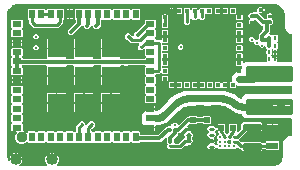
<source format=gbr>
G04 EAGLE Gerber RS-274X export*
G75*
%MOMM*%
%FSLAX34Y34*%
%LPD*%
%INTop Copper*%
%IPPOS*%
%AMOC8*
5,1,8,0,0,1.08239X$1,22.5*%
G01*
G04 Define Apertures*
%ADD10R,0.500000X0.500000*%
%ADD11R,0.800000X0.500000*%
%ADD12R,0.500000X0.800000*%
%ADD13R,1.600000X1.600000*%
%ADD14R,0.280000X0.430000*%
%ADD15C,0.280000*%
%ADD16C,0.708000*%
%ADD17C,0.250000*%
%ADD18C,0.958000*%
%ADD19C,0.320000*%
%ADD20C,0.240000*%
%ADD21C,0.240000*%
%ADD22R,1.000000X0.600000*%
%ADD23C,0.260000*%
%ADD24C,1.016000*%
%ADD25C,0.022500*%
%ADD26C,0.022950*%
%ADD27R,0.400000X0.300000*%
%ADD28R,0.300000X0.400000*%
%ADD29C,0.281800*%
%ADD30R,0.800000X1.200000*%
%ADD31R,0.250000X0.350000*%
%ADD32C,0.302400*%
%ADD33C,0.254000*%
%ADD34C,0.304800*%
%ADD35C,0.609600*%
%ADD36C,0.508000*%
%ADD37C,0.152400*%
G36*
X36196Y1583D02*
X35904Y1524D01*
X13519Y1524D01*
X13260Y1570D01*
X13006Y1727D01*
X12833Y1971D01*
X12769Y2262D01*
X12824Y2555D01*
X12989Y2804D01*
X15080Y4896D01*
X15080Y6238D01*
X4777Y6238D01*
X4650Y6080D01*
X4387Y5938D01*
X4090Y5910D01*
X3805Y6001D01*
X3579Y6195D01*
X3446Y6462D01*
X2550Y9806D01*
X2524Y10000D01*
X2524Y130000D01*
X2550Y130194D01*
X3585Y134057D01*
X3779Y134393D01*
X6607Y137221D01*
X6943Y137415D01*
X10806Y138450D01*
X11000Y138476D01*
X229000Y138476D01*
X229194Y138450D01*
X233057Y137415D01*
X233393Y137221D01*
X236221Y134393D01*
X236415Y134057D01*
X237450Y130194D01*
X237476Y130000D01*
X237476Y118252D01*
X239224Y115224D01*
X242252Y113476D01*
X242726Y113476D01*
X242996Y113426D01*
X243248Y113265D01*
X243417Y113019D01*
X243476Y112726D01*
X243476Y90398D01*
X243426Y90128D01*
X243265Y89876D01*
X243019Y89707D01*
X242726Y89648D01*
X231524Y89648D01*
X231254Y89698D01*
X231002Y89859D01*
X230833Y90105D01*
X230774Y90398D01*
X230774Y91676D01*
X228762Y91676D01*
X228762Y94188D01*
X228274Y94188D01*
X228274Y94188D01*
X228274Y93715D01*
X228228Y93455D01*
X228071Y93201D01*
X227828Y93029D01*
X227536Y92965D01*
X227243Y93019D01*
X226994Y93184D01*
X226756Y93422D01*
X226595Y93660D01*
X226536Y93953D01*
X226536Y94504D01*
X226520Y94520D01*
X226364Y94747D01*
X226300Y95038D01*
X226355Y95331D01*
X226474Y95511D01*
X226474Y99900D01*
X226520Y100159D01*
X226677Y100413D01*
X226921Y100586D01*
X227212Y100650D01*
X227505Y100595D01*
X227754Y100430D01*
X227792Y100392D01*
X227953Y100154D01*
X228012Y99862D01*
X228012Y98762D01*
X230812Y98762D01*
X230812Y99986D01*
X230867Y100267D01*
X231032Y100516D01*
X231512Y100996D01*
X231512Y102097D01*
X231567Y102379D01*
X231624Y102465D01*
X231624Y104456D01*
X231571Y104534D01*
X231512Y104827D01*
X231512Y105928D01*
X231439Y106001D01*
X231283Y106228D01*
X231219Y106519D01*
X231274Y106812D01*
X231439Y107061D01*
X231712Y107334D01*
X231712Y108435D01*
X231767Y108717D01*
X231824Y108803D01*
X231824Y110794D01*
X231771Y110872D01*
X231712Y111165D01*
X231712Y112266D01*
X231266Y112712D01*
X227834Y112712D01*
X227530Y112408D01*
X227304Y112252D01*
X227012Y112188D01*
X226719Y112243D01*
X226470Y112408D01*
X226166Y112712D01*
X225174Y112712D01*
X224915Y112758D01*
X224661Y112915D01*
X224488Y113159D01*
X224424Y113450D01*
X224479Y113743D01*
X224644Y113992D01*
X224994Y114343D01*
X224994Y119956D01*
X225044Y120226D01*
X225205Y120478D01*
X225451Y120647D01*
X225744Y120706D01*
X226007Y120706D01*
X227644Y122343D01*
X227644Y124657D01*
X226674Y125627D01*
X226519Y125854D01*
X226455Y126145D01*
X226510Y126439D01*
X226674Y126688D01*
X226987Y127000D01*
X226987Y127110D01*
X227042Y127392D01*
X227124Y127516D01*
X227124Y129482D01*
X227046Y129597D01*
X226987Y129890D01*
X226987Y130000D01*
X226475Y130512D01*
X226365Y130512D01*
X226083Y130567D01*
X225834Y130732D01*
X225792Y130774D01*
X223908Y130774D01*
X223866Y130732D01*
X223628Y130571D01*
X223335Y130512D01*
X223225Y130512D01*
X222713Y130000D01*
X222713Y129890D01*
X222658Y129608D01*
X222576Y129484D01*
X222576Y127518D01*
X222654Y127403D01*
X222713Y127110D01*
X222713Y127044D01*
X222663Y126774D01*
X222502Y126522D01*
X222256Y126353D01*
X221963Y126294D01*
X220368Y126294D01*
X220087Y126349D01*
X219838Y126514D01*
X216256Y130096D01*
X216105Y130312D01*
X216036Y130602D01*
X216086Y130896D01*
X216247Y131148D01*
X216493Y131317D01*
X216786Y131376D01*
X218182Y131376D01*
X218297Y131454D01*
X218590Y131513D01*
X218700Y131513D01*
X219212Y132025D01*
X219212Y132135D01*
X219267Y132417D01*
X219432Y132666D01*
X219670Y132904D01*
X219886Y133054D01*
X220176Y133123D01*
X220470Y133073D01*
X220722Y132912D01*
X220891Y132666D01*
X220950Y132373D01*
X220950Y132341D01*
X221016Y132275D01*
X221438Y132275D01*
X221438Y135025D01*
X221016Y135025D01*
X220950Y134959D01*
X220950Y134927D01*
X220904Y134667D01*
X220747Y134413D01*
X220504Y134241D01*
X220212Y134177D01*
X219919Y134231D01*
X219670Y134396D01*
X219432Y134634D01*
X219271Y134872D01*
X219212Y135165D01*
X219212Y135275D01*
X218700Y135787D01*
X218590Y135787D01*
X218308Y135842D01*
X218184Y135924D01*
X216218Y135924D01*
X216103Y135846D01*
X215810Y135787D01*
X215700Y135787D01*
X215188Y135275D01*
X215188Y135165D01*
X215133Y134883D01*
X214968Y134634D01*
X214730Y134396D01*
X214514Y134246D01*
X214224Y134177D01*
X213930Y134227D01*
X213678Y134388D01*
X213509Y134634D01*
X213450Y134927D01*
X213450Y134959D01*
X213384Y135025D01*
X212962Y135025D01*
X212962Y132888D01*
X210950Y132888D01*
X210950Y132044D01*
X210900Y131774D01*
X210739Y131522D01*
X210493Y131353D01*
X210200Y131294D01*
X208393Y131294D01*
X206756Y129657D01*
X206756Y127343D01*
X207726Y126373D01*
X207881Y126146D01*
X207945Y125855D01*
X207891Y125561D01*
X207726Y125312D01*
X207413Y125000D01*
X207413Y122000D01*
X207925Y121488D01*
X211175Y121488D01*
X211687Y122000D01*
X211687Y124951D01*
X211733Y125210D01*
X211890Y125464D01*
X212134Y125637D01*
X212425Y125701D01*
X212718Y125646D01*
X212967Y125481D01*
X217443Y121005D01*
X217594Y120789D01*
X217663Y120499D01*
X217613Y120205D01*
X217550Y120106D01*
X217962Y120106D01*
X217962Y116966D01*
X218172Y116929D01*
X218426Y116772D01*
X218599Y116529D01*
X218663Y116237D01*
X218608Y115944D01*
X218443Y115695D01*
X215356Y112607D01*
X215356Y109024D01*
X215306Y108754D01*
X215145Y108502D01*
X214899Y108333D01*
X214606Y108274D01*
X212674Y108274D01*
X212404Y108324D01*
X212152Y108485D01*
X211983Y108731D01*
X211924Y109024D01*
X211924Y109442D01*
X210592Y110774D01*
X208708Y110774D01*
X207376Y109442D01*
X207376Y107558D01*
X208708Y106226D01*
X210876Y106226D01*
X211146Y106176D01*
X211398Y106015D01*
X211567Y105769D01*
X211626Y105476D01*
X211626Y105032D01*
X211580Y104773D01*
X211579Y104771D01*
X211588Y104773D01*
X211881Y104719D01*
X212130Y104554D01*
X212958Y103726D01*
X214842Y103726D01*
X214908Y103792D01*
X215124Y103942D01*
X215414Y104011D01*
X215708Y103961D01*
X215960Y103800D01*
X216129Y103554D01*
X216188Y103261D01*
X216188Y102687D01*
X217337Y101538D01*
X218963Y101538D01*
X220176Y102751D01*
X220392Y102902D01*
X220682Y102970D01*
X220976Y102920D01*
X221228Y102759D01*
X221397Y102513D01*
X221435Y102326D01*
X221868Y101892D01*
X222029Y101655D01*
X222088Y101362D01*
X222088Y100920D01*
X222091Y100916D01*
X222150Y100624D01*
X222150Y99377D01*
X222095Y99095D01*
X221930Y98846D01*
X221926Y98842D01*
X221926Y96958D01*
X221930Y96954D01*
X222091Y96716D01*
X222150Y96423D01*
X222150Y95534D01*
X222316Y95368D01*
X222472Y95142D01*
X222536Y94850D01*
X222512Y94723D01*
X222512Y93953D01*
X222457Y93671D01*
X222292Y93422D01*
X222250Y93380D01*
X222250Y91496D01*
X222292Y91454D01*
X222453Y91216D01*
X222512Y90923D01*
X222512Y90398D01*
X222462Y90128D01*
X222301Y89876D01*
X222055Y89707D01*
X221762Y89648D01*
X204058Y89648D01*
X203242Y88833D01*
X203026Y88682D01*
X202736Y88613D01*
X202442Y88664D01*
X202190Y88824D01*
X202021Y89071D01*
X201962Y89363D01*
X201962Y90216D01*
X201516Y90662D01*
X196884Y90662D01*
X196438Y90216D01*
X196438Y86584D01*
X196884Y86138D01*
X200702Y86138D01*
X200972Y86088D01*
X201224Y85927D01*
X201393Y85681D01*
X201452Y85388D01*
X201452Y84150D01*
X201402Y83880D01*
X201241Y83628D01*
X200995Y83459D01*
X200702Y83400D01*
X199962Y83400D01*
X199962Y81138D01*
X196974Y81138D01*
X196737Y80978D01*
X195747Y80568D01*
X194032Y78853D01*
X193104Y76613D01*
X193104Y74187D01*
X193306Y73699D01*
X193363Y73436D01*
X193313Y73142D01*
X193152Y72890D01*
X192906Y72721D01*
X192613Y72662D01*
X191884Y72662D01*
X191438Y72216D01*
X191438Y67584D01*
X191884Y67138D01*
X195516Y67138D01*
X195962Y67584D01*
X195962Y69021D01*
X196010Y69285D01*
X196169Y69538D01*
X196414Y69709D01*
X196706Y69770D01*
X196999Y69713D01*
X197987Y69304D01*
X211513Y69304D01*
X211973Y69495D01*
X212260Y69552D01*
X242726Y69552D01*
X242996Y69502D01*
X243248Y69341D01*
X243417Y69095D01*
X243476Y68802D01*
X243476Y62898D01*
X243426Y62628D01*
X243265Y62376D01*
X243019Y62207D01*
X242726Y62148D01*
X204058Y62148D01*
X201452Y59542D01*
X201452Y59160D01*
X201419Y58940D01*
X201276Y58678D01*
X201043Y58492D01*
X200755Y58412D01*
X200459Y58451D01*
X198723Y59045D01*
X198499Y59168D01*
X194899Y62036D01*
X186195Y65036D01*
X181624Y64996D01*
X181617Y64996D01*
X157425Y64996D01*
X157194Y65032D01*
X157065Y65074D01*
X156132Y64998D01*
X156072Y64996D01*
X155135Y64996D01*
X155010Y64944D01*
X154783Y64889D01*
X152514Y64706D01*
X146182Y62494D01*
X140615Y58753D01*
X138578Y56446D01*
X138536Y56403D01*
X131991Y50100D01*
X131043Y49188D01*
X130804Y49033D01*
X128898Y48264D01*
X128641Y48210D01*
X128347Y48260D01*
X128096Y48421D01*
X127927Y48667D01*
X127867Y48960D01*
X127867Y49238D01*
X119867Y49238D01*
X119867Y48298D01*
X119817Y48028D01*
X119656Y47776D01*
X119410Y47607D01*
X119117Y47548D01*
X118605Y47548D01*
X116819Y45763D01*
X116819Y38238D01*
X118605Y36452D01*
X119117Y36452D01*
X119388Y36402D01*
X119639Y36241D01*
X119808Y35995D01*
X119867Y35702D01*
X119867Y34762D01*
X127867Y34762D01*
X127867Y35154D01*
X127918Y35424D01*
X128079Y35676D01*
X128325Y35845D01*
X128617Y35904D01*
X131458Y35904D01*
X137251Y38240D01*
X139380Y40290D01*
X146416Y47065D01*
X146607Y47199D01*
X146729Y47258D01*
X147348Y47960D01*
X147390Y48004D01*
X147733Y48333D01*
X147796Y48388D01*
X151612Y51322D01*
X151867Y51450D01*
X156348Y52701D01*
X156526Y52728D01*
X156820Y52678D01*
X157072Y52517D01*
X157241Y52271D01*
X157300Y51979D01*
X157300Y50262D01*
X162300Y50262D01*
X162300Y52054D01*
X162350Y52324D01*
X162511Y52576D01*
X162757Y52745D01*
X163050Y52804D01*
X168550Y52804D01*
X168820Y52754D01*
X169072Y52593D01*
X169241Y52347D01*
X169300Y52054D01*
X169300Y50262D01*
X174300Y50262D01*
X174300Y52054D01*
X174350Y52324D01*
X174511Y52576D01*
X174757Y52745D01*
X175050Y52804D01*
X180316Y52804D01*
X180375Y52793D01*
X181668Y52804D01*
X181675Y52804D01*
X181708Y52804D01*
X181829Y52794D01*
X186450Y52041D01*
X186690Y51958D01*
X190795Y49703D01*
X190901Y49632D01*
X191230Y49370D01*
X193345Y47685D01*
X195466Y46960D01*
X195728Y46805D01*
X195904Y46564D01*
X195973Y46274D01*
X195923Y45980D01*
X195762Y45728D01*
X195516Y45559D01*
X195223Y45500D01*
X194462Y45500D01*
X194462Y43762D01*
X196200Y43762D01*
X196200Y45659D01*
X196233Y45879D01*
X196376Y46142D01*
X196609Y46327D01*
X196897Y46407D01*
X197193Y46369D01*
X199258Y45662D01*
X200692Y45682D01*
X200972Y45631D01*
X201224Y45471D01*
X201393Y45224D01*
X201452Y44932D01*
X201452Y44658D01*
X204058Y42052D01*
X242726Y42052D01*
X242996Y42002D01*
X243248Y41841D01*
X243417Y41595D01*
X243476Y41302D01*
X243476Y27274D01*
X243426Y27004D01*
X243265Y26752D01*
X243019Y26583D01*
X242726Y26524D01*
X241252Y26524D01*
X238224Y24776D01*
X236476Y21748D01*
X236476Y10000D01*
X236450Y9806D01*
X235415Y5943D01*
X235221Y5607D01*
X232393Y2779D01*
X232057Y2585D01*
X228194Y1550D01*
X228000Y1524D01*
X45097Y1524D01*
X44837Y1570D01*
X44583Y1727D01*
X44411Y1971D01*
X44347Y2262D01*
X44401Y2555D01*
X44566Y2804D01*
X45453Y3691D01*
X46342Y5838D01*
X46342Y8162D01*
X45453Y10309D01*
X43809Y11953D01*
X41662Y12842D01*
X39338Y12842D01*
X37191Y11953D01*
X35547Y10309D01*
X34658Y8162D01*
X34658Y5838D01*
X35547Y3691D01*
X36434Y2804D01*
X36584Y2588D01*
X36653Y2298D01*
X36603Y2004D01*
X36442Y1752D01*
X36196Y1583D01*
G37*
%LPC*%
G36*
X146384Y130138D02*
X150016Y130138D01*
X150462Y130584D01*
X150462Y135216D01*
X150016Y135662D01*
X146384Y135662D01*
X145938Y135216D01*
X145938Y130584D01*
X146384Y130138D01*
G37*
G36*
X195958Y130088D02*
X196110Y129991D01*
X196021Y130119D01*
X195962Y130412D01*
X195962Y135216D01*
X195516Y135662D01*
X191884Y135662D01*
X191438Y135216D01*
X191438Y130584D01*
X191884Y130138D01*
X195688Y130138D01*
X195958Y130088D01*
G37*
G36*
X178884Y130138D02*
X182516Y130138D01*
X182962Y130584D01*
X182962Y135216D01*
X182516Y135662D01*
X178884Y135662D01*
X178438Y135216D01*
X178438Y130584D01*
X178884Y130138D01*
G37*
G36*
X153683Y120995D02*
X155787Y120995D01*
X157275Y122483D01*
X157275Y126317D01*
X157321Y126576D01*
X157478Y126830D01*
X157721Y127002D01*
X158013Y127066D01*
X158306Y127012D01*
X158555Y126847D01*
X160148Y125254D01*
X162252Y125254D01*
X163920Y126922D01*
X164147Y127077D01*
X164438Y127141D01*
X164731Y127086D01*
X164980Y126922D01*
X166548Y125354D01*
X168652Y125354D01*
X170140Y126842D01*
X170140Y130072D01*
X170186Y130331D01*
X170343Y130585D01*
X170587Y130758D01*
X170878Y130822D01*
X171171Y130767D01*
X171420Y130602D01*
X171884Y130138D01*
X175516Y130138D01*
X175962Y130584D01*
X175962Y135216D01*
X175516Y135662D01*
X171884Y135662D01*
X171230Y135008D01*
X171004Y134852D01*
X170712Y134788D01*
X170419Y134843D01*
X170170Y135008D01*
X169516Y135662D01*
X165884Y135662D01*
X165438Y135216D01*
X165438Y134541D01*
X165383Y134259D01*
X165218Y134010D01*
X164980Y133772D01*
X164754Y133617D01*
X164462Y133553D01*
X164169Y133608D01*
X163920Y133772D01*
X163682Y134010D01*
X163521Y134248D01*
X163462Y134541D01*
X163462Y135216D01*
X163016Y135662D01*
X159384Y135662D01*
X158938Y135216D01*
X158938Y134541D01*
X158883Y134259D01*
X158718Y134010D01*
X158480Y133772D01*
X158254Y133617D01*
X157962Y133553D01*
X157669Y133608D01*
X157420Y133772D01*
X157182Y134010D01*
X157021Y134248D01*
X156962Y134541D01*
X156962Y135216D01*
X156516Y135662D01*
X152884Y135662D01*
X152438Y135216D01*
X152438Y134541D01*
X152383Y134259D01*
X152218Y134010D01*
X152160Y133952D01*
X152160Y131674D01*
X152195Y131503D01*
X152195Y122483D01*
X153683Y120995D01*
G37*
G36*
X185384Y130138D02*
X189016Y130138D01*
X189462Y130584D01*
X189462Y135216D01*
X189016Y135662D01*
X185384Y135662D01*
X184938Y135216D01*
X184938Y130584D01*
X185384Y130138D01*
G37*
G36*
X222962Y134412D02*
X223450Y134412D01*
X223450Y134959D01*
X223384Y135025D01*
X222962Y135025D01*
X222962Y134412D01*
G37*
G36*
X210950Y134412D02*
X211438Y134412D01*
X211438Y135025D01*
X211016Y135025D01*
X210950Y134959D01*
X210950Y134412D01*
G37*
G36*
X140200Y133662D02*
X140938Y133662D01*
X140938Y134900D01*
X140200Y134900D01*
X140200Y134900D01*
X140200Y133662D01*
G37*
G36*
X142462Y133662D02*
X143200Y133662D01*
X143200Y134900D01*
X143200Y134900D01*
X142462Y134900D01*
X142462Y133662D01*
G37*
G36*
X55343Y112206D02*
X57657Y112206D01*
X65926Y120474D01*
X66142Y120625D01*
X66432Y120694D01*
X66726Y120644D01*
X66978Y120483D01*
X67147Y120237D01*
X67206Y119944D01*
X67206Y118843D01*
X68843Y117206D01*
X71157Y117206D01*
X73926Y119974D01*
X74142Y120125D01*
X74432Y120194D01*
X74726Y120144D01*
X74978Y119983D01*
X75147Y119737D01*
X75206Y119444D01*
X75206Y118843D01*
X76843Y117206D01*
X79157Y117206D01*
X82161Y120210D01*
X82161Y124906D01*
X82216Y125187D01*
X82381Y125436D01*
X82837Y125892D01*
X83064Y126048D01*
X83355Y126112D01*
X83649Y126057D01*
X83898Y125892D01*
X84552Y125238D01*
X90183Y125238D01*
X90837Y125892D01*
X91064Y126048D01*
X91355Y126112D01*
X91649Y126057D01*
X91898Y125892D01*
X92552Y125238D01*
X98183Y125238D01*
X98837Y125892D01*
X99064Y126048D01*
X99355Y126112D01*
X99649Y126057D01*
X99898Y125892D01*
X100552Y125238D01*
X106183Y125238D01*
X106837Y125892D01*
X107064Y126048D01*
X107355Y126112D01*
X107649Y126057D01*
X107898Y125892D01*
X108552Y125238D01*
X114183Y125238D01*
X114629Y125684D01*
X114629Y134316D01*
X114183Y134762D01*
X108552Y134762D01*
X107898Y134108D01*
X107671Y133952D01*
X107379Y133888D01*
X107086Y133943D01*
X106837Y134108D01*
X106183Y134762D01*
X100552Y134762D01*
X99898Y134108D01*
X99671Y133952D01*
X99379Y133888D01*
X99086Y133943D01*
X98837Y134108D01*
X98183Y134762D01*
X92552Y134762D01*
X91898Y134108D01*
X91671Y133952D01*
X91379Y133888D01*
X91086Y133943D01*
X90837Y134108D01*
X90183Y134762D01*
X84552Y134762D01*
X83898Y134108D01*
X83671Y133952D01*
X83379Y133888D01*
X83086Y133943D01*
X82837Y134108D01*
X82183Y134762D01*
X76552Y134762D01*
X75898Y134108D01*
X75671Y133952D01*
X75379Y133888D01*
X75086Y133943D01*
X74837Y134108D01*
X74183Y134762D01*
X68552Y134762D01*
X67898Y134108D01*
X67671Y133952D01*
X67379Y133888D01*
X67086Y133943D01*
X66837Y134108D01*
X66183Y134762D01*
X60552Y134762D01*
X60105Y134316D01*
X60105Y125684D01*
X60354Y125436D01*
X60514Y125198D01*
X60573Y124906D01*
X60573Y123335D01*
X60519Y123054D01*
X60354Y122805D01*
X53706Y116157D01*
X53706Y113843D01*
X55343Y112206D01*
G37*
G36*
X24948Y118460D02*
X45852Y118460D01*
X49907Y122515D01*
X49907Y124652D01*
X49962Y124933D01*
X50127Y125182D01*
X50629Y125684D01*
X50629Y134316D01*
X50183Y134762D01*
X44552Y134762D01*
X43898Y134108D01*
X43671Y133952D01*
X43379Y133888D01*
X43086Y133943D01*
X42837Y134108D01*
X42183Y134762D01*
X36552Y134762D01*
X35898Y134108D01*
X35671Y133952D01*
X35379Y133888D01*
X35086Y133943D01*
X34837Y134108D01*
X34183Y134762D01*
X28552Y134762D01*
X27898Y134108D01*
X27671Y133952D01*
X27379Y133888D01*
X27086Y133943D01*
X26837Y134108D01*
X26183Y134762D01*
X20552Y134762D01*
X20105Y134316D01*
X20105Y125684D01*
X20540Y125249D01*
X20701Y125012D01*
X20760Y124719D01*
X20760Y122648D01*
X24948Y118460D01*
G37*
G36*
X52867Y130762D02*
X54605Y130762D01*
X54605Y134000D01*
X52867Y134000D01*
X52867Y134000D01*
X52867Y130762D01*
G37*
G36*
X56129Y130762D02*
X57867Y130762D01*
X57867Y134000D01*
X57867Y134000D01*
X56129Y134000D01*
X56129Y130762D01*
G37*
G36*
X222962Y132275D02*
X223384Y132275D01*
X223450Y132341D01*
X223450Y132888D01*
X222962Y132888D01*
X222962Y132275D01*
G37*
G36*
X142462Y130900D02*
X143200Y130900D01*
X143200Y130900D01*
X143200Y132138D01*
X142462Y132138D01*
X142462Y130900D01*
G37*
G36*
X140200Y130900D02*
X140938Y130900D01*
X140938Y132138D01*
X140200Y132138D01*
X140200Y130900D01*
X140200Y130900D01*
G37*
G36*
X135148Y118360D02*
X137252Y118360D01*
X137310Y118418D01*
X137548Y118579D01*
X137841Y118638D01*
X138516Y118638D01*
X138962Y119084D01*
X138962Y122716D01*
X138960Y122718D01*
X138799Y122956D01*
X138740Y123248D01*
X138740Y125052D01*
X138795Y125333D01*
X138960Y125582D01*
X138962Y125584D01*
X138962Y129216D01*
X138516Y129662D01*
X137841Y129662D01*
X137559Y129717D01*
X137310Y129882D01*
X137252Y129940D01*
X135148Y129940D01*
X135090Y129882D01*
X134852Y129721D01*
X134559Y129662D01*
X133884Y129662D01*
X133438Y129216D01*
X133438Y125584D01*
X133440Y125582D01*
X133601Y125344D01*
X133660Y125052D01*
X133660Y123248D01*
X133605Y122967D01*
X133440Y122718D01*
X133438Y122716D01*
X133438Y119084D01*
X133884Y118638D01*
X134559Y118638D01*
X134841Y118583D01*
X135090Y118418D01*
X135148Y118360D01*
G37*
G36*
X196884Y125138D02*
X201516Y125138D01*
X201962Y125584D01*
X201962Y129216D01*
X201516Y129662D01*
X196712Y129662D01*
X196442Y129712D01*
X196290Y129809D01*
X196379Y129681D01*
X196438Y129388D01*
X196438Y125584D01*
X196884Y125138D01*
G37*
G36*
X56129Y126000D02*
X57867Y126000D01*
X57867Y126000D01*
X57867Y129238D01*
X56129Y129238D01*
X56129Y126000D01*
G37*
G36*
X52867Y126000D02*
X54605Y126000D01*
X54605Y129238D01*
X52867Y129238D01*
X52867Y126000D01*
X52867Y126000D01*
G37*
G36*
X119552Y54738D02*
X128183Y54738D01*
X128629Y55184D01*
X128629Y60816D01*
X127975Y61470D01*
X127820Y61697D01*
X127756Y61988D01*
X127810Y62281D01*
X127975Y62530D01*
X128629Y63184D01*
X128629Y68816D01*
X127975Y69470D01*
X127820Y69697D01*
X127756Y69988D01*
X127810Y70281D01*
X127975Y70530D01*
X128629Y71184D01*
X128629Y76816D01*
X127975Y77470D01*
X127820Y77697D01*
X127756Y77988D01*
X127810Y78281D01*
X127975Y78530D01*
X128685Y79240D01*
X128923Y79401D01*
X129216Y79460D01*
X131452Y79460D01*
X132227Y80235D01*
X132454Y80390D01*
X132745Y80454D01*
X133039Y80400D01*
X133288Y80235D01*
X133884Y79638D01*
X138516Y79638D01*
X138962Y80084D01*
X138962Y83716D01*
X138516Y84162D01*
X134190Y84162D01*
X133920Y84212D01*
X133668Y84373D01*
X133499Y84619D01*
X133440Y84912D01*
X133440Y85388D01*
X133490Y85658D01*
X133651Y85910D01*
X133897Y86079D01*
X134190Y86138D01*
X138516Y86138D01*
X138962Y86584D01*
X138962Y90216D01*
X138516Y90662D01*
X134190Y90662D01*
X133920Y90712D01*
X133668Y90873D01*
X133499Y91119D01*
X133440Y91412D01*
X133440Y91888D01*
X133490Y92158D01*
X133651Y92410D01*
X133897Y92579D01*
X134190Y92638D01*
X138516Y92638D01*
X138962Y93084D01*
X138962Y96716D01*
X138516Y97162D01*
X134190Y97162D01*
X133920Y97212D01*
X133668Y97373D01*
X133499Y97619D01*
X133440Y97912D01*
X133440Y98388D01*
X133490Y98658D01*
X133651Y98910D01*
X133897Y99079D01*
X134190Y99138D01*
X138516Y99138D01*
X138962Y99584D01*
X138962Y103216D01*
X138516Y103662D01*
X134190Y103662D01*
X133920Y103712D01*
X133668Y103873D01*
X133499Y104119D01*
X133440Y104412D01*
X133440Y104888D01*
X133490Y105158D01*
X133651Y105410D01*
X133897Y105579D01*
X134190Y105638D01*
X138516Y105638D01*
X138962Y106084D01*
X138962Y109716D01*
X138516Y110162D01*
X133884Y110162D01*
X133438Y109716D01*
X133438Y108765D01*
X133392Y108506D01*
X133235Y108252D01*
X132992Y108079D01*
X132700Y108015D01*
X132407Y108070D01*
X132158Y108234D01*
X131852Y108540D01*
X129216Y108540D01*
X128934Y108595D01*
X128685Y108760D01*
X127975Y109470D01*
X127820Y109697D01*
X127756Y109988D01*
X127810Y110281D01*
X127975Y110530D01*
X128629Y111184D01*
X128629Y116816D01*
X127975Y117470D01*
X127820Y117697D01*
X127756Y117988D01*
X127810Y118281D01*
X127975Y118530D01*
X128629Y119184D01*
X128629Y124816D01*
X128183Y125262D01*
X119552Y125262D01*
X119105Y124816D01*
X119105Y122908D01*
X119051Y122627D01*
X118886Y122378D01*
X111454Y114946D01*
X111217Y114786D01*
X111063Y114755D01*
X109547Y113239D01*
X109547Y112256D01*
X109501Y111997D01*
X109344Y111743D01*
X109100Y111570D01*
X108809Y111506D01*
X108515Y111561D01*
X108266Y111726D01*
X106052Y113940D01*
X103948Y113940D01*
X102225Y112217D01*
X102225Y109983D01*
X103713Y108495D01*
X104003Y108495D01*
X104284Y108440D01*
X104533Y108275D01*
X107515Y105293D01*
X113557Y105293D01*
X113816Y105246D01*
X114070Y105090D01*
X114243Y104846D01*
X114307Y104555D01*
X114252Y104261D01*
X114088Y104012D01*
X113027Y102952D01*
X113027Y100848D01*
X114515Y99360D01*
X116619Y99360D01*
X117825Y100566D01*
X118041Y100716D01*
X118331Y100785D01*
X118626Y100735D01*
X118877Y100574D01*
X119046Y100328D01*
X119105Y100035D01*
X119105Y95184D01*
X119759Y94530D01*
X119915Y94304D01*
X119979Y94012D01*
X119924Y93719D01*
X119759Y93470D01*
X119076Y92786D01*
X119055Y92674D01*
X118894Y92422D01*
X118648Y92253D01*
X118355Y92194D01*
X99117Y92194D01*
X98847Y92244D01*
X98596Y92405D01*
X98427Y92651D01*
X98367Y92944D01*
X98367Y100238D01*
X82367Y100238D01*
X82367Y92944D01*
X82317Y92674D01*
X82156Y92422D01*
X81910Y92253D01*
X81617Y92194D01*
X76117Y92194D01*
X75847Y92244D01*
X75596Y92405D01*
X75427Y92651D01*
X75367Y92944D01*
X75367Y100238D01*
X59367Y100238D01*
X59367Y92944D01*
X59317Y92674D01*
X59156Y92422D01*
X58910Y92253D01*
X58617Y92194D01*
X53117Y92194D01*
X52847Y92244D01*
X52596Y92405D01*
X52427Y92651D01*
X52367Y92944D01*
X52367Y100238D01*
X36367Y100238D01*
X36367Y92944D01*
X36317Y92674D01*
X36156Y92422D01*
X35910Y92253D01*
X35617Y92194D01*
X28568Y92194D01*
X28287Y92249D01*
X28218Y92294D01*
X16379Y92294D01*
X16109Y92344D01*
X15858Y92505D01*
X15689Y92751D01*
X15688Y92757D01*
X14975Y93470D01*
X14820Y93697D01*
X14756Y93988D01*
X14810Y94281D01*
X14975Y94530D01*
X15629Y95184D01*
X15629Y100816D01*
X15183Y101262D01*
X6552Y101262D01*
X6105Y100816D01*
X6105Y95184D01*
X6759Y94530D01*
X6915Y94304D01*
X6979Y94012D01*
X6924Y93719D01*
X6759Y93470D01*
X6105Y92816D01*
X6105Y87184D01*
X6759Y86530D01*
X6915Y86304D01*
X6979Y86012D01*
X6924Y85719D01*
X6759Y85470D01*
X6105Y84816D01*
X6105Y79184D01*
X6552Y78738D01*
X15183Y78738D01*
X15629Y79184D01*
X15629Y84816D01*
X15019Y85426D01*
X14869Y85642D01*
X14800Y85932D01*
X14850Y86226D01*
X15011Y86478D01*
X15257Y86647D01*
X15550Y86706D01*
X25532Y86706D01*
X25814Y86651D01*
X25882Y86606D01*
X35617Y86606D01*
X35888Y86556D01*
X36139Y86395D01*
X36308Y86149D01*
X36367Y85856D01*
X36367Y78762D01*
X52367Y78762D01*
X52367Y85856D01*
X52418Y86126D01*
X52579Y86378D01*
X52825Y86547D01*
X53117Y86606D01*
X58617Y86606D01*
X58888Y86556D01*
X59139Y86395D01*
X59308Y86149D01*
X59367Y85856D01*
X59367Y78762D01*
X75367Y78762D01*
X75367Y85856D01*
X75418Y86126D01*
X75579Y86378D01*
X75825Y86547D01*
X76117Y86606D01*
X81617Y86606D01*
X81888Y86556D01*
X82139Y86395D01*
X82308Y86149D01*
X82367Y85856D01*
X82367Y78762D01*
X98367Y78762D01*
X98367Y85856D01*
X98418Y86126D01*
X98579Y86378D01*
X98825Y86547D01*
X99117Y86606D01*
X101532Y86606D01*
X101814Y86551D01*
X101882Y86506D01*
X104315Y86506D01*
X104375Y86547D01*
X104668Y86606D01*
X119085Y86606D01*
X119344Y86560D01*
X119598Y86403D01*
X119771Y86160D01*
X119835Y85868D01*
X119780Y85575D01*
X119615Y85326D01*
X119105Y84816D01*
X119105Y79184D01*
X119759Y78530D01*
X119915Y78304D01*
X119979Y78012D01*
X119924Y77719D01*
X119759Y77470D01*
X119105Y76816D01*
X119105Y71184D01*
X119759Y70530D01*
X119915Y70304D01*
X119979Y70012D01*
X119924Y69719D01*
X119759Y69470D01*
X119105Y68816D01*
X119105Y63184D01*
X119759Y62530D01*
X119915Y62304D01*
X119979Y62012D01*
X119924Y61719D01*
X119759Y61470D01*
X119105Y60816D01*
X119105Y55184D01*
X119552Y54738D01*
G37*
G36*
X6552Y110738D02*
X15183Y110738D01*
X15629Y111184D01*
X15629Y116816D01*
X14975Y117470D01*
X14820Y117697D01*
X14756Y117988D01*
X14810Y118281D01*
X14975Y118530D01*
X15629Y119184D01*
X15629Y124816D01*
X15183Y125262D01*
X6552Y125262D01*
X6105Y124816D01*
X6105Y119184D01*
X6759Y118530D01*
X6915Y118304D01*
X6979Y118012D01*
X6924Y117719D01*
X6759Y117470D01*
X6105Y116816D01*
X6105Y111184D01*
X6552Y110738D01*
G37*
G36*
X196884Y118638D02*
X201516Y118638D01*
X201962Y119084D01*
X201962Y122716D01*
X201516Y123162D01*
X196884Y123162D01*
X196438Y122716D01*
X196438Y119084D01*
X196884Y118638D01*
G37*
G36*
X215950Y119112D02*
X216438Y119112D01*
X216438Y119725D01*
X216016Y119725D01*
X215950Y119659D01*
X215950Y119112D01*
G37*
G36*
X210950Y119112D02*
X211438Y119112D01*
X211438Y119725D01*
X211016Y119725D01*
X210950Y119659D01*
X210950Y119112D01*
G37*
G36*
X212962Y119112D02*
X213450Y119112D01*
X213450Y119659D01*
X213384Y119725D01*
X212962Y119725D01*
X212962Y119112D01*
G37*
G36*
X216016Y116975D02*
X216438Y116975D01*
X216438Y117588D01*
X215950Y117588D01*
X215950Y117041D01*
X216016Y116975D01*
G37*
G36*
X212962Y116975D02*
X213384Y116975D01*
X213450Y117041D01*
X213450Y117588D01*
X212962Y117588D01*
X212962Y116975D01*
G37*
G36*
X211016Y116975D02*
X211438Y116975D01*
X211438Y117588D01*
X210950Y117588D01*
X210950Y117041D01*
X211016Y116975D01*
G37*
G36*
X165200Y115162D02*
X166938Y115162D01*
X166938Y116900D01*
X165200Y116900D01*
X165200Y116900D01*
X165200Y115162D01*
G37*
G36*
X178200Y115162D02*
X179938Y115162D01*
X179938Y116900D01*
X178200Y116900D01*
X178200Y116900D01*
X178200Y115162D01*
G37*
G36*
X152200Y115162D02*
X153938Y115162D01*
X153938Y116900D01*
X152200Y116900D01*
X152200Y116900D01*
X152200Y115162D01*
G37*
G36*
X155462Y115162D02*
X157200Y115162D01*
X157200Y116900D01*
X157200Y116900D01*
X155462Y116900D01*
X155462Y115162D01*
G37*
G36*
X181462Y115162D02*
X183200Y115162D01*
X183200Y116900D01*
X183200Y116900D01*
X181462Y116900D01*
X181462Y115162D01*
G37*
G36*
X168462Y115162D02*
X170200Y115162D01*
X170200Y116900D01*
X170200Y116900D01*
X168462Y116900D01*
X168462Y115162D01*
G37*
G36*
X134997Y112126D02*
X137406Y112126D01*
X137465Y112138D01*
X138516Y112138D01*
X138962Y112584D01*
X138962Y116216D01*
X138516Y116662D01*
X137465Y116662D01*
X137403Y116674D01*
X134995Y116674D01*
X134935Y116662D01*
X133884Y116662D01*
X133438Y116216D01*
X133438Y112584D01*
X133884Y112138D01*
X134935Y112138D01*
X134997Y112126D01*
G37*
G36*
X196884Y112138D02*
X201516Y112138D01*
X201962Y112584D01*
X201962Y116216D01*
X201516Y116662D01*
X196884Y116662D01*
X196438Y116216D01*
X196438Y112584D01*
X196884Y112138D01*
G37*
G36*
X165200Y111900D02*
X166938Y111900D01*
X166938Y113638D01*
X165200Y113638D01*
X165200Y111900D01*
X165200Y111900D01*
G37*
G36*
X152200Y111900D02*
X153938Y111900D01*
X153938Y113638D01*
X152200Y113638D01*
X152200Y111900D01*
X152200Y111900D01*
G37*
G36*
X155462Y111900D02*
X157200Y111900D01*
X157200Y111900D01*
X157200Y113638D01*
X155462Y113638D01*
X155462Y111900D01*
G37*
G36*
X168462Y111900D02*
X170200Y111900D01*
X170200Y111900D01*
X170200Y113638D01*
X168462Y113638D01*
X168462Y111900D01*
G37*
G36*
X178200Y111900D02*
X179938Y111900D01*
X179938Y113638D01*
X178200Y113638D01*
X178200Y111900D01*
X178200Y111900D01*
G37*
G36*
X181462Y111900D02*
X183200Y111900D01*
X183200Y111900D01*
X183200Y113638D01*
X181462Y113638D01*
X181462Y111900D01*
G37*
G36*
X26058Y108726D02*
X27942Y108726D01*
X29274Y110058D01*
X29274Y111942D01*
X27942Y113274D01*
X26058Y113274D01*
X24726Y111942D01*
X24726Y110058D01*
X26058Y108726D01*
G37*
G36*
X196884Y105638D02*
X201516Y105638D01*
X201962Y106084D01*
X201962Y109716D01*
X201516Y110162D01*
X196884Y110162D01*
X196438Y109716D01*
X196438Y106084D01*
X196884Y105638D01*
G37*
G36*
X45129Y101762D02*
X52367Y101762D01*
X52367Y109000D01*
X52367Y109000D01*
X45129Y109000D01*
X45129Y101762D01*
G37*
G36*
X68129Y101762D02*
X75367Y101762D01*
X75367Y109000D01*
X75367Y109000D01*
X68129Y109000D01*
X68129Y101762D01*
G37*
G36*
X91129Y101762D02*
X98367Y101762D01*
X98367Y109000D01*
X98367Y109000D01*
X91129Y109000D01*
X91129Y101762D01*
G37*
G36*
X82367Y101762D02*
X89605Y101762D01*
X89605Y109000D01*
X82367Y109000D01*
X82367Y109000D01*
X82367Y101762D01*
G37*
G36*
X59367Y101762D02*
X66605Y101762D01*
X66605Y109000D01*
X59367Y109000D01*
X59367Y109000D01*
X59367Y101762D01*
G37*
G36*
X36367Y101762D02*
X43605Y101762D01*
X43605Y109000D01*
X36367Y109000D01*
X36367Y109000D01*
X36367Y101762D01*
G37*
G36*
X11629Y106762D02*
X14867Y106762D01*
X14867Y108500D01*
X14867Y108500D01*
X11629Y108500D01*
X11629Y106762D01*
G37*
G36*
X6867Y106762D02*
X10105Y106762D01*
X10105Y108500D01*
X6867Y108500D01*
X6867Y108500D01*
X6867Y106762D01*
G37*
G36*
X11629Y103500D02*
X14867Y103500D01*
X14867Y103500D01*
X14867Y105238D01*
X11629Y105238D01*
X11629Y103500D01*
G37*
G36*
X6867Y103500D02*
X10105Y103500D01*
X10105Y105238D01*
X6867Y105238D01*
X6867Y103500D01*
X6867Y103500D01*
G37*
G36*
X148458Y100026D02*
X150342Y100026D01*
X151674Y101358D01*
X151674Y103242D01*
X150342Y104574D01*
X148458Y104574D01*
X147126Y103242D01*
X147126Y101358D01*
X148458Y100026D01*
G37*
G36*
X210412Y104262D02*
X210893Y104262D01*
X210896Y104283D01*
X210897Y104284D01*
X210888Y104282D01*
X210595Y104337D01*
X210412Y104457D01*
X210412Y104262D01*
G37*
G36*
X208715Y104262D02*
X208888Y104262D01*
X208888Y104435D01*
X208715Y104262D01*
G37*
G36*
X168462Y102162D02*
X170200Y102162D01*
X170200Y103900D01*
X170200Y103900D01*
X168462Y103900D01*
X168462Y102162D01*
G37*
G36*
X181462Y102162D02*
X183200Y102162D01*
X183200Y103900D01*
X183200Y103900D01*
X181462Y103900D01*
X181462Y102162D01*
G37*
G36*
X178200Y102162D02*
X179938Y102162D01*
X179938Y103900D01*
X178200Y103900D01*
X178200Y103900D01*
X178200Y102162D01*
G37*
G36*
X165200Y102162D02*
X166938Y102162D01*
X166938Y103900D01*
X165200Y103900D01*
X165200Y103900D01*
X165200Y102162D01*
G37*
G36*
X26058Y99274D02*
X27942Y99274D01*
X29274Y100606D01*
X29274Y102490D01*
X27942Y103822D01*
X26058Y103822D01*
X24726Y102490D01*
X24726Y100606D01*
X26058Y99274D01*
G37*
G36*
X196884Y99138D02*
X201516Y99138D01*
X201962Y99584D01*
X201962Y103216D01*
X201516Y103662D01*
X196884Y103662D01*
X196438Y103216D01*
X196438Y99584D01*
X196884Y99138D01*
G37*
G36*
X210412Y102738D02*
X210412Y102565D01*
X210585Y102738D01*
X210412Y102738D01*
G37*
G36*
X208715Y102738D02*
X208888Y102565D01*
X208888Y102738D01*
X208715Y102738D01*
G37*
G36*
X214662Y101762D02*
X214835Y101762D01*
X214662Y101935D01*
X214662Y101762D01*
G37*
G36*
X212965Y101762D02*
X213138Y101762D01*
X213138Y101935D01*
X212965Y101762D01*
G37*
G36*
X165200Y98900D02*
X166938Y98900D01*
X166938Y100638D01*
X165200Y100638D01*
X165200Y98900D01*
X165200Y98900D01*
G37*
G36*
X181462Y98900D02*
X183200Y98900D01*
X183200Y98900D01*
X183200Y100638D01*
X181462Y100638D01*
X181462Y98900D01*
G37*
G36*
X178200Y98900D02*
X179938Y98900D01*
X179938Y100638D01*
X178200Y100638D01*
X178200Y98900D01*
X178200Y98900D01*
G37*
G36*
X168462Y98900D02*
X170200Y98900D01*
X170200Y98900D01*
X170200Y100638D01*
X168462Y100638D01*
X168462Y98900D01*
G37*
G36*
X212965Y100238D02*
X213138Y100065D01*
X213138Y100238D01*
X212965Y100238D01*
G37*
G36*
X214662Y100238D02*
X214662Y100065D01*
X214835Y100238D01*
X214662Y100238D01*
G37*
G36*
X218912Y99262D02*
X219085Y99262D01*
X218912Y99435D01*
X218912Y99262D01*
G37*
G36*
X217215Y99262D02*
X217388Y99262D01*
X217388Y99435D01*
X217215Y99262D01*
G37*
G36*
X210412Y99262D02*
X210585Y99262D01*
X210412Y99435D01*
X210412Y99262D01*
G37*
G36*
X208715Y99262D02*
X208888Y99262D01*
X208888Y99435D01*
X208715Y99262D01*
G37*
G36*
X208715Y97738D02*
X208888Y97565D01*
X208888Y97738D01*
X208715Y97738D01*
G37*
G36*
X210412Y97738D02*
X210412Y97565D01*
X210585Y97738D01*
X210412Y97738D01*
G37*
G36*
X217215Y97738D02*
X217388Y97565D01*
X217388Y97738D01*
X217215Y97738D01*
G37*
G36*
X218912Y97738D02*
X218912Y97565D01*
X219085Y97738D01*
X218912Y97738D01*
G37*
G36*
X228012Y95850D02*
X228650Y95850D01*
X228650Y97238D01*
X228012Y97238D01*
X228012Y95850D01*
X228012Y95850D01*
G37*
G36*
X230174Y95850D02*
X230812Y95850D01*
X230812Y95850D01*
X230812Y97238D01*
X230174Y97238D01*
X230174Y95850D01*
G37*
G36*
X196884Y92638D02*
X201516Y92638D01*
X201962Y93084D01*
X201962Y96716D01*
X201516Y97162D01*
X196884Y97162D01*
X196438Y96716D01*
X196438Y93084D01*
X196884Y92638D01*
G37*
G36*
X230286Y93200D02*
X230774Y93200D01*
X230774Y94188D01*
X230774Y94188D01*
X230286Y94188D01*
X230286Y93200D01*
G37*
G36*
X181462Y89162D02*
X183200Y89162D01*
X183200Y90900D01*
X183200Y90900D01*
X181462Y90900D01*
X181462Y89162D01*
G37*
G36*
X168462Y89162D02*
X170200Y89162D01*
X170200Y90900D01*
X170200Y90900D01*
X168462Y90900D01*
X168462Y89162D01*
G37*
G36*
X165200Y89162D02*
X166938Y89162D01*
X166938Y90900D01*
X165200Y90900D01*
X165200Y90900D01*
X165200Y89162D01*
G37*
G36*
X178200Y89162D02*
X179938Y89162D01*
X179938Y90900D01*
X178200Y90900D01*
X178200Y90900D01*
X178200Y89162D01*
G37*
G36*
X165200Y85900D02*
X166938Y85900D01*
X166938Y87638D01*
X165200Y87638D01*
X165200Y85900D01*
X165200Y85900D01*
G37*
G36*
X181462Y85900D02*
X183200Y85900D01*
X183200Y85900D01*
X183200Y87638D01*
X181462Y87638D01*
X181462Y85900D01*
G37*
G36*
X178200Y85900D02*
X179938Y85900D01*
X179938Y87638D01*
X178200Y87638D01*
X178200Y85900D01*
X178200Y85900D01*
G37*
G36*
X168462Y85900D02*
X170200Y85900D01*
X170200Y85900D01*
X170200Y87638D01*
X168462Y87638D01*
X168462Y85900D01*
G37*
G36*
X197200Y82662D02*
X198438Y82662D01*
X198438Y83400D01*
X197200Y83400D01*
X197200Y83400D01*
X197200Y82662D01*
G37*
G36*
X138958Y73088D02*
X139110Y72991D01*
X139021Y73119D01*
X138962Y73412D01*
X138962Y77216D01*
X138516Y77662D01*
X133884Y77662D01*
X133438Y77216D01*
X133438Y73584D01*
X133884Y73138D01*
X138688Y73138D01*
X138958Y73088D01*
G37*
G36*
X91129Y70000D02*
X98367Y70000D01*
X98367Y70000D01*
X98367Y77238D01*
X91129Y77238D01*
X91129Y70000D01*
G37*
G36*
X82367Y70000D02*
X89605Y70000D01*
X89605Y77238D01*
X82367Y77238D01*
X82367Y70000D01*
X82367Y70000D01*
G37*
G36*
X68129Y70000D02*
X75367Y70000D01*
X75367Y70000D01*
X75367Y77238D01*
X68129Y77238D01*
X68129Y70000D01*
G37*
G36*
X59367Y70000D02*
X66605Y70000D01*
X66605Y77238D01*
X59367Y77238D01*
X59367Y70000D01*
X59367Y70000D01*
G37*
G36*
X45129Y70000D02*
X52367Y70000D01*
X52367Y70000D01*
X52367Y77238D01*
X45129Y77238D01*
X45129Y70000D01*
G37*
G36*
X36367Y70000D02*
X43605Y70000D01*
X43605Y77238D01*
X36367Y77238D01*
X36367Y70000D01*
X36367Y70000D01*
G37*
G36*
X6867Y74762D02*
X10105Y74762D01*
X10105Y76500D01*
X6867Y76500D01*
X6867Y76500D01*
X6867Y74762D01*
G37*
G36*
X11629Y74762D02*
X14867Y74762D01*
X14867Y76500D01*
X14867Y76500D01*
X11629Y76500D01*
X11629Y74762D01*
G37*
G36*
X11629Y71500D02*
X14867Y71500D01*
X14867Y71500D01*
X14867Y73238D01*
X11629Y73238D01*
X11629Y71500D01*
G37*
G36*
X6867Y71500D02*
X10105Y71500D01*
X10105Y73238D01*
X6867Y73238D01*
X6867Y71500D01*
X6867Y71500D01*
G37*
G36*
X139884Y67138D02*
X143516Y67138D01*
X143962Y67584D01*
X143962Y72216D01*
X143516Y72662D01*
X139712Y72662D01*
X139442Y72712D01*
X139290Y72809D01*
X139379Y72681D01*
X139438Y72388D01*
X139438Y67584D01*
X139884Y67138D01*
G37*
G36*
X172384Y67138D02*
X176016Y67138D01*
X176462Y67584D01*
X176462Y72216D01*
X176016Y72662D01*
X172384Y72662D01*
X171938Y72216D01*
X171938Y67584D01*
X172384Y67138D01*
G37*
G36*
X159384Y67138D02*
X163016Y67138D01*
X163462Y67584D01*
X163462Y72216D01*
X163016Y72662D01*
X159384Y72662D01*
X158938Y72216D01*
X158938Y67584D01*
X159384Y67138D01*
G37*
G36*
X165884Y67138D02*
X169516Y67138D01*
X169962Y67584D01*
X169962Y72216D01*
X169516Y72662D01*
X165884Y72662D01*
X165438Y72216D01*
X165438Y67584D01*
X165884Y67138D01*
G37*
G36*
X146384Y67138D02*
X150016Y67138D01*
X150462Y67584D01*
X150462Y72216D01*
X150016Y72662D01*
X146384Y72662D01*
X145938Y72216D01*
X145938Y67584D01*
X146384Y67138D01*
G37*
G36*
X152884Y67138D02*
X156516Y67138D01*
X156962Y67584D01*
X156962Y72216D01*
X156516Y72662D01*
X152884Y72662D01*
X152438Y72216D01*
X152438Y67584D01*
X152884Y67138D01*
G37*
G36*
X178884Y67138D02*
X182516Y67138D01*
X183170Y67792D01*
X183397Y67948D01*
X183688Y68012D01*
X183981Y67957D01*
X184230Y67792D01*
X184884Y67138D01*
X188516Y67138D01*
X188962Y67584D01*
X188962Y72216D01*
X188516Y72662D01*
X184884Y72662D01*
X184230Y72008D01*
X184004Y71852D01*
X183712Y71788D01*
X183419Y71843D01*
X183170Y72008D01*
X182516Y72662D01*
X178884Y72662D01*
X178438Y72216D01*
X178438Y67584D01*
X178884Y67138D01*
G37*
G36*
X142928Y15710D02*
X143067Y15684D01*
X144269Y15710D01*
X144285Y15710D01*
X145499Y15710D01*
X145626Y15739D01*
X148781Y15805D01*
X148797Y15805D01*
X149846Y15805D01*
X150572Y16563D01*
X150583Y16574D01*
X152061Y18052D01*
X152277Y18202D01*
X152567Y18271D01*
X152861Y18221D01*
X152960Y18158D01*
X152960Y18662D01*
X158781Y18662D01*
X157994Y19449D01*
X157843Y19665D01*
X157775Y19955D01*
X157825Y20249D01*
X157986Y20501D01*
X158232Y20670D01*
X158430Y20710D01*
X159721Y22001D01*
X159721Y23799D01*
X159164Y24357D01*
X159003Y24594D01*
X158944Y24887D01*
X158944Y25913D01*
X158999Y26195D01*
X159164Y26443D01*
X159721Y27001D01*
X159721Y28799D01*
X158433Y30087D01*
X158265Y30117D01*
X158011Y30274D01*
X157838Y30518D01*
X157774Y30809D01*
X157829Y31102D01*
X157994Y31351D01*
X158781Y32138D01*
X155388Y32138D01*
X155388Y34352D01*
X155369Y34355D01*
X155115Y34512D01*
X154942Y34756D01*
X154878Y35047D01*
X154933Y35340D01*
X155098Y35589D01*
X156527Y37018D01*
X156765Y37179D01*
X157057Y37238D01*
X162616Y37238D01*
X162864Y37486D01*
X163102Y37647D01*
X163394Y37706D01*
X168206Y37706D01*
X168487Y37651D01*
X168736Y37486D01*
X168984Y37238D01*
X174616Y37238D01*
X175062Y37684D01*
X175062Y43316D01*
X174616Y43762D01*
X168984Y43762D01*
X168736Y43514D01*
X168498Y43353D01*
X168206Y43294D01*
X163394Y43294D01*
X163113Y43349D01*
X162864Y43514D01*
X162616Y43762D01*
X156984Y43762D01*
X156736Y43514D01*
X156498Y43353D01*
X156206Y43294D01*
X154900Y43294D01*
X148064Y36458D01*
X147826Y36298D01*
X147534Y36239D01*
X147524Y36239D01*
X147254Y36289D01*
X147002Y36450D01*
X146833Y36696D01*
X146786Y36930D01*
X145442Y38274D01*
X143558Y38274D01*
X142306Y37022D01*
X142079Y36867D01*
X141788Y36803D01*
X141494Y36857D01*
X141262Y37011D01*
X141262Y35238D01*
X139177Y35238D01*
X139039Y35022D01*
X138793Y34853D01*
X138500Y34794D01*
X137343Y34794D01*
X130562Y28014D01*
X130325Y27853D01*
X130032Y27794D01*
X115379Y27794D01*
X115109Y27844D01*
X114858Y28005D01*
X114689Y28251D01*
X114629Y28544D01*
X114629Y30316D01*
X114183Y30762D01*
X108552Y30762D01*
X107898Y30108D01*
X107671Y29952D01*
X107379Y29888D01*
X107086Y29943D01*
X106837Y30108D01*
X106183Y30762D01*
X100552Y30762D01*
X99898Y30108D01*
X99671Y29952D01*
X99379Y29888D01*
X99086Y29943D01*
X98837Y30108D01*
X98183Y30762D01*
X92552Y30762D01*
X91898Y30108D01*
X91671Y29952D01*
X91379Y29888D01*
X91086Y29943D01*
X90837Y30108D01*
X90183Y30762D01*
X84552Y30762D01*
X83898Y30108D01*
X83671Y29952D01*
X83379Y29888D01*
X83086Y29943D01*
X82837Y30108D01*
X82183Y30762D01*
X76552Y30762D01*
X75898Y30108D01*
X75671Y29952D01*
X75379Y29888D01*
X75086Y29943D01*
X74837Y30108D01*
X74127Y30818D01*
X73967Y31056D01*
X73907Y31348D01*
X73907Y32605D01*
X73962Y32886D01*
X74127Y33135D01*
X76640Y35648D01*
X76640Y37752D01*
X75152Y39240D01*
X73048Y39240D01*
X69920Y36112D01*
X69704Y35962D01*
X69414Y35893D01*
X69120Y35943D01*
X68868Y36104D01*
X68699Y36350D01*
X68640Y36643D01*
X68640Y37752D01*
X67152Y39240D01*
X65048Y39240D01*
X60827Y35019D01*
X60827Y31348D01*
X60773Y31067D01*
X60608Y30818D01*
X59898Y30108D01*
X59671Y29952D01*
X59379Y29888D01*
X59086Y29943D01*
X58837Y30108D01*
X58183Y30762D01*
X52552Y30762D01*
X51898Y30108D01*
X51671Y29952D01*
X51379Y29888D01*
X51086Y29943D01*
X50837Y30108D01*
X50183Y30762D01*
X44552Y30762D01*
X43898Y30108D01*
X43671Y29952D01*
X43379Y29888D01*
X43086Y29943D01*
X42837Y30108D01*
X42183Y30762D01*
X36552Y30762D01*
X35898Y30108D01*
X35671Y29952D01*
X35379Y29888D01*
X35086Y29943D01*
X34837Y30108D01*
X34183Y30762D01*
X28552Y30762D01*
X27898Y30108D01*
X27671Y29952D01*
X27379Y29888D01*
X27086Y29943D01*
X26837Y30108D01*
X26183Y30762D01*
X20552Y30762D01*
X20105Y30316D01*
X20105Y30057D01*
X20059Y29798D01*
X19902Y29544D01*
X19659Y29371D01*
X19367Y29307D01*
X19074Y29362D01*
X18825Y29527D01*
X17845Y30507D01*
X16092Y31233D01*
X15858Y31387D01*
X15689Y31633D01*
X15629Y31926D01*
X15629Y36816D01*
X14975Y37470D01*
X14820Y37697D01*
X14756Y37988D01*
X14810Y38281D01*
X14975Y38530D01*
X15629Y39184D01*
X15629Y44816D01*
X14975Y45470D01*
X14820Y45697D01*
X14756Y45988D01*
X14810Y46281D01*
X14975Y46530D01*
X15629Y47184D01*
X15629Y52816D01*
X14975Y53470D01*
X14820Y53697D01*
X14756Y53988D01*
X14810Y54281D01*
X14975Y54530D01*
X15629Y55184D01*
X15629Y60816D01*
X14975Y61470D01*
X14820Y61697D01*
X14756Y61988D01*
X14810Y62281D01*
X14975Y62530D01*
X15629Y63184D01*
X15629Y68816D01*
X15183Y69262D01*
X6552Y69262D01*
X6105Y68816D01*
X6105Y63184D01*
X6759Y62530D01*
X6915Y62304D01*
X6979Y62012D01*
X6924Y61719D01*
X6759Y61470D01*
X6105Y60816D01*
X6105Y55184D01*
X6759Y54530D01*
X6915Y54304D01*
X6979Y54012D01*
X6924Y53719D01*
X6759Y53470D01*
X6105Y52816D01*
X6105Y47184D01*
X6759Y46530D01*
X6915Y46304D01*
X6979Y46012D01*
X6924Y45719D01*
X6759Y45470D01*
X6105Y44816D01*
X6105Y39184D01*
X6759Y38530D01*
X6915Y38304D01*
X6979Y38012D01*
X6924Y37719D01*
X6759Y37470D01*
X6105Y36816D01*
X6105Y31184D01*
X6552Y30738D01*
X9976Y30738D01*
X10235Y30692D01*
X10489Y30535D01*
X10662Y30292D01*
X10726Y30000D01*
X10671Y29707D01*
X10506Y29458D01*
X9993Y28945D01*
X9148Y26904D01*
X9148Y24696D01*
X9993Y22655D01*
X11555Y21093D01*
X13596Y20248D01*
X15804Y20248D01*
X17845Y21093D01*
X18825Y22073D01*
X19041Y22224D01*
X19331Y22293D01*
X19626Y22243D01*
X19877Y22082D01*
X20046Y21836D01*
X20069Y21720D01*
X20552Y21238D01*
X26183Y21238D01*
X26837Y21892D01*
X27064Y22048D01*
X27355Y22112D01*
X27649Y22057D01*
X27898Y21892D01*
X28552Y21238D01*
X34183Y21238D01*
X34837Y21892D01*
X35064Y22048D01*
X35355Y22112D01*
X35649Y22057D01*
X35898Y21892D01*
X36552Y21238D01*
X42183Y21238D01*
X42837Y21892D01*
X43064Y22048D01*
X43355Y22112D01*
X43649Y22057D01*
X43898Y21892D01*
X44552Y21238D01*
X50183Y21238D01*
X50837Y21892D01*
X51064Y22048D01*
X51355Y22112D01*
X51649Y22057D01*
X51898Y21892D01*
X52552Y21238D01*
X58183Y21238D01*
X58837Y21892D01*
X59064Y22048D01*
X59355Y22112D01*
X59649Y22057D01*
X59898Y21892D01*
X60552Y21238D01*
X66183Y21238D01*
X66837Y21892D01*
X67064Y22048D01*
X67355Y22112D01*
X67649Y22057D01*
X67898Y21892D01*
X68552Y21238D01*
X74183Y21238D01*
X74837Y21892D01*
X75064Y22048D01*
X75355Y22112D01*
X75649Y22057D01*
X75898Y21892D01*
X76552Y21238D01*
X82183Y21238D01*
X82837Y21892D01*
X83064Y22048D01*
X83355Y22112D01*
X83649Y22057D01*
X83898Y21892D01*
X84552Y21238D01*
X90183Y21238D01*
X90837Y21892D01*
X91064Y22048D01*
X91355Y22112D01*
X91649Y22057D01*
X91898Y21892D01*
X92552Y21238D01*
X98183Y21238D01*
X98837Y21892D01*
X99064Y22048D01*
X99355Y22112D01*
X99649Y22057D01*
X99898Y21892D01*
X100552Y21238D01*
X106183Y21238D01*
X106837Y21892D01*
X107064Y22048D01*
X107355Y22112D01*
X107649Y22057D01*
X107898Y21892D01*
X108552Y21238D01*
X114183Y21238D01*
X114695Y21750D01*
X114841Y21978D01*
X115087Y22147D01*
X115379Y22206D01*
X132657Y22206D01*
X136676Y26224D01*
X136892Y26375D01*
X137182Y26444D01*
X137476Y26394D01*
X137728Y26233D01*
X137897Y25987D01*
X137956Y25694D01*
X137956Y20593D01*
X138198Y20351D01*
X138354Y20124D01*
X138418Y19832D01*
X138363Y19539D01*
X138210Y19308D01*
X138210Y17198D01*
X139698Y15710D01*
X142928Y15710D01*
G37*
G36*
X68129Y55762D02*
X75367Y55762D01*
X75367Y63000D01*
X75367Y63000D01*
X68129Y63000D01*
X68129Y55762D01*
G37*
G36*
X91129Y55762D02*
X98367Y55762D01*
X98367Y63000D01*
X98367Y63000D01*
X91129Y63000D01*
X91129Y55762D01*
G37*
G36*
X45129Y55762D02*
X52367Y55762D01*
X52367Y63000D01*
X52367Y63000D01*
X45129Y63000D01*
X45129Y55762D01*
G37*
G36*
X36367Y55762D02*
X43605Y55762D01*
X43605Y63000D01*
X36367Y63000D01*
X36367Y63000D01*
X36367Y55762D01*
G37*
G36*
X59367Y55762D02*
X66605Y55762D01*
X66605Y63000D01*
X59367Y63000D01*
X59367Y63000D01*
X59367Y55762D01*
G37*
G36*
X82367Y55762D02*
X89605Y55762D01*
X89605Y63000D01*
X82367Y63000D01*
X82367Y63000D01*
X82367Y55762D01*
G37*
G36*
X82367Y47000D02*
X89605Y47000D01*
X89605Y54238D01*
X82367Y54238D01*
X82367Y47000D01*
X82367Y47000D01*
G37*
G36*
X91129Y47000D02*
X98367Y47000D01*
X98367Y47000D01*
X98367Y54238D01*
X91129Y54238D01*
X91129Y47000D01*
G37*
G36*
X36367Y47000D02*
X43605Y47000D01*
X43605Y54238D01*
X36367Y54238D01*
X36367Y47000D01*
X36367Y47000D01*
G37*
G36*
X45129Y47000D02*
X52367Y47000D01*
X52367Y47000D01*
X52367Y54238D01*
X45129Y54238D01*
X45129Y47000D01*
G37*
G36*
X59367Y47000D02*
X66605Y47000D01*
X66605Y54238D01*
X59367Y54238D01*
X59367Y47000D01*
X59367Y47000D01*
G37*
G36*
X68129Y47000D02*
X75367Y47000D01*
X75367Y47000D01*
X75367Y54238D01*
X68129Y54238D01*
X68129Y47000D01*
G37*
G36*
X124629Y50762D02*
X127867Y50762D01*
X127867Y52500D01*
X127867Y52500D01*
X124629Y52500D01*
X124629Y50762D01*
G37*
G36*
X119867Y50762D02*
X123105Y50762D01*
X123105Y52500D01*
X119867Y52500D01*
X119867Y52500D01*
X119867Y50762D01*
G37*
G36*
X157300Y47000D02*
X159038Y47000D01*
X159038Y48738D01*
X157300Y48738D01*
X157300Y47000D01*
X157300Y47000D01*
G37*
G36*
X160562Y47000D02*
X162300Y47000D01*
X162300Y47000D01*
X162300Y48738D01*
X160562Y48738D01*
X160562Y47000D01*
G37*
G36*
X169300Y47000D02*
X171038Y47000D01*
X171038Y48738D01*
X169300Y48738D01*
X169300Y47000D01*
X169300Y47000D01*
G37*
G36*
X172562Y47000D02*
X174300Y47000D01*
X174300Y47000D01*
X174300Y48738D01*
X172562Y48738D01*
X172562Y47000D01*
G37*
G36*
X191200Y43762D02*
X192938Y43762D01*
X192938Y45500D01*
X191200Y45500D01*
X191200Y45500D01*
X191200Y43762D01*
G37*
G36*
X181400Y43762D02*
X183138Y43762D01*
X183138Y45500D01*
X181400Y45500D01*
X181400Y45500D01*
X181400Y43762D01*
G37*
G36*
X184662Y43762D02*
X186400Y43762D01*
X186400Y45500D01*
X186400Y45500D01*
X184662Y45500D01*
X184662Y43762D01*
G37*
G36*
X194462Y40500D02*
X196200Y40500D01*
X196200Y40500D01*
X196200Y42238D01*
X194462Y42238D01*
X194462Y40500D01*
G37*
G36*
X191200Y40500D02*
X192938Y40500D01*
X192938Y42238D01*
X191200Y42238D01*
X191200Y40500D01*
X191200Y40500D01*
G37*
G36*
X184662Y40500D02*
X186400Y40500D01*
X186400Y40500D01*
X186400Y42238D01*
X184662Y42238D01*
X184662Y40500D01*
G37*
G36*
X181400Y40500D02*
X183138Y40500D01*
X183138Y42238D01*
X181400Y42238D01*
X181400Y40500D01*
X181400Y40500D01*
G37*
G36*
X202054Y14288D02*
X217398Y14288D01*
X218400Y15290D01*
X218638Y15451D01*
X218930Y15510D01*
X221040Y15510D01*
X221321Y15455D01*
X221570Y15290D01*
X221822Y15038D01*
X232454Y15038D01*
X232900Y15484D01*
X232900Y22116D01*
X232454Y22562D01*
X221822Y22562D01*
X221376Y22116D01*
X221376Y21340D01*
X221326Y21070D01*
X221165Y20818D01*
X220919Y20649D01*
X220626Y20590D01*
X218930Y20590D01*
X218649Y20645D01*
X218400Y20810D01*
X217398Y21812D01*
X202054Y21812D01*
X201898Y21655D01*
X201671Y21500D01*
X201379Y21436D01*
X201086Y21490D01*
X200837Y21655D01*
X199172Y23320D01*
X199017Y23547D01*
X198953Y23838D01*
X199008Y24131D01*
X199172Y24380D01*
X205360Y30568D01*
X205598Y30729D01*
X205891Y30788D01*
X217398Y30788D01*
X218547Y31937D01*
X218547Y37163D01*
X217398Y38312D01*
X202054Y38312D01*
X200905Y37163D01*
X200905Y33608D01*
X200850Y33326D01*
X200685Y33077D01*
X198242Y30634D01*
X198026Y30484D01*
X197736Y30415D01*
X197442Y30465D01*
X197190Y30626D01*
X197021Y30872D01*
X196962Y31165D01*
X196962Y36816D01*
X196516Y37262D01*
X190884Y37262D01*
X190438Y36816D01*
X190438Y31057D01*
X190486Y30837D01*
X190431Y30544D01*
X190267Y30295D01*
X189154Y29183D01*
X188802Y28985D01*
X188504Y28973D01*
X188225Y29078D01*
X188009Y29284D01*
X187240Y30388D01*
X187105Y30805D01*
X187160Y31098D01*
X187162Y31102D01*
X187162Y36816D01*
X186716Y37262D01*
X181084Y37262D01*
X180638Y36816D01*
X180638Y34193D01*
X180592Y33934D01*
X180435Y33680D01*
X180192Y33507D01*
X179900Y33443D01*
X179607Y33498D01*
X179358Y33663D01*
X177949Y35071D01*
X177006Y35071D01*
X176724Y35126D01*
X176651Y35174D01*
X174652Y35174D01*
X174587Y35130D01*
X174294Y35071D01*
X173351Y35071D01*
X172079Y33799D01*
X172079Y32001D01*
X173149Y30930D01*
X173305Y30704D01*
X173369Y30412D01*
X173314Y30119D01*
X173149Y29870D01*
X172079Y28799D01*
X172079Y27001D01*
X173367Y25713D01*
X173535Y25683D01*
X173789Y25526D01*
X173962Y25283D01*
X174026Y24991D01*
X173971Y24698D01*
X173806Y24449D01*
X173019Y23662D01*
X178281Y23662D01*
X177494Y24449D01*
X177343Y24665D01*
X177275Y24955D01*
X177325Y25249D01*
X177486Y25501D01*
X177732Y25670D01*
X177930Y25710D01*
X179058Y26837D01*
X179274Y26988D01*
X179564Y27057D01*
X179571Y27056D01*
X179449Y27133D01*
X179280Y27380D01*
X179221Y27672D01*
X179221Y28799D01*
X178151Y29870D01*
X177995Y30097D01*
X177931Y30388D01*
X177986Y30681D01*
X178151Y30930D01*
X179358Y32137D01*
X179574Y32288D01*
X179864Y32357D01*
X180158Y32307D01*
X180410Y32146D01*
X180579Y31900D01*
X180638Y31607D01*
X180638Y31184D01*
X181008Y30815D01*
X181209Y30451D01*
X181216Y30153D01*
X181215Y30147D01*
X181225Y30132D01*
X181301Y29995D01*
X181360Y29703D01*
X181360Y29684D01*
X181672Y29373D01*
X181827Y29146D01*
X181891Y28854D01*
X181837Y28561D01*
X181672Y28312D01*
X180501Y27142D01*
X180285Y26991D01*
X179995Y26922D01*
X179988Y26924D01*
X180110Y26846D01*
X180279Y26600D01*
X180338Y26307D01*
X180338Y25022D01*
X180829Y24530D01*
X180985Y24304D01*
X181049Y24012D01*
X180994Y23719D01*
X180829Y23470D01*
X180338Y22978D01*
X180338Y21022D01*
X180829Y20530D01*
X180985Y20304D01*
X181049Y20012D01*
X180994Y19719D01*
X180829Y19470D01*
X180220Y18861D01*
X179993Y18705D01*
X179702Y18641D01*
X179408Y18696D01*
X179160Y18861D01*
X177933Y20087D01*
X177765Y20117D01*
X177511Y20274D01*
X177338Y20518D01*
X177274Y20809D01*
X177329Y21102D01*
X177494Y21351D01*
X178281Y22138D01*
X173019Y22138D01*
X173806Y21351D01*
X173957Y21135D01*
X174025Y20845D01*
X173975Y20551D01*
X173814Y20299D01*
X173568Y20130D01*
X173370Y20090D01*
X172079Y18799D01*
X172079Y17001D01*
X173351Y15729D01*
X177949Y15729D01*
X179260Y17039D01*
X179486Y17195D01*
X179778Y17259D01*
X180071Y17204D01*
X180320Y17039D01*
X181722Y15638D01*
X183678Y15638D01*
X184170Y16129D01*
X184397Y16285D01*
X184688Y16349D01*
X184981Y16294D01*
X185230Y16129D01*
X185722Y15638D01*
X187678Y15638D01*
X188170Y16129D01*
X188397Y16285D01*
X188688Y16349D01*
X188981Y16294D01*
X189230Y16129D01*
X189722Y15638D01*
X191678Y15638D01*
X192170Y16129D01*
X192397Y16285D01*
X192688Y16349D01*
X192981Y16294D01*
X193230Y16129D01*
X193722Y15638D01*
X195678Y15638D01*
X197144Y17103D01*
X197371Y17259D01*
X197662Y17323D01*
X197956Y17268D01*
X198205Y17103D01*
X198883Y16425D01*
X198892Y16416D01*
X199622Y15661D01*
X200371Y15661D01*
X200652Y15606D01*
X200901Y15441D01*
X202054Y14288D01*
G37*
G36*
X139494Y36762D02*
X139738Y36762D01*
X139738Y37006D01*
X139494Y36762D01*
G37*
G36*
X222138Y34562D02*
X226376Y34562D01*
X226376Y36800D01*
X222138Y36800D01*
X222138Y36800D01*
X222138Y34562D01*
G37*
G36*
X227900Y34562D02*
X232138Y34562D01*
X232138Y36800D01*
X232138Y36800D01*
X227900Y36800D01*
X227900Y34562D01*
G37*
G36*
X156912Y33662D02*
X158781Y33662D01*
X158134Y34309D01*
X156912Y34309D01*
X156912Y33662D01*
G37*
G36*
X124629Y31500D02*
X127867Y31500D01*
X127867Y31500D01*
X127867Y33238D01*
X124629Y33238D01*
X124629Y31500D01*
G37*
G36*
X119867Y31500D02*
X123105Y31500D01*
X123105Y33238D01*
X119867Y33238D01*
X119867Y31500D01*
X119867Y31500D01*
G37*
G36*
X227900Y30800D02*
X232138Y30800D01*
X232138Y30800D01*
X232138Y33038D01*
X227900Y33038D01*
X227900Y30800D01*
G37*
G36*
X222138Y30800D02*
X226376Y30800D01*
X226376Y33038D01*
X222138Y33038D01*
X222138Y30800D01*
X222138Y30800D01*
G37*
G36*
X156912Y16491D02*
X158134Y16491D01*
X158781Y17138D01*
X156912Y17138D01*
X156912Y16491D01*
G37*
G36*
X154166Y16491D02*
X155388Y16491D01*
X155388Y17138D01*
X153519Y17138D01*
X154166Y16491D01*
G37*
G36*
X4920Y7762D02*
X9238Y7762D01*
X9238Y12080D01*
X7896Y12080D01*
X4920Y9104D01*
X4920Y7762D01*
G37*
G36*
X10762Y7762D02*
X15080Y7762D01*
X15080Y9104D01*
X12104Y12080D01*
X10762Y12080D01*
X10762Y7762D01*
G37*
%LPD*%
G36*
X147387Y20857D02*
X144310Y20792D01*
X144024Y20842D01*
X143772Y21003D01*
X143603Y21249D01*
X143544Y21542D01*
X143544Y23982D01*
X143599Y24264D01*
X143764Y24512D01*
X147294Y28043D01*
X147294Y28556D01*
X147344Y28826D01*
X147505Y29078D01*
X147751Y29247D01*
X148044Y29306D01*
X148716Y29306D01*
X149841Y30431D01*
X150079Y30591D01*
X150105Y30597D01*
X152061Y32552D01*
X152277Y32703D01*
X152567Y32771D01*
X152861Y32721D01*
X153113Y32561D01*
X153148Y32510D01*
X154306Y31351D01*
X154457Y31135D01*
X154525Y30845D01*
X154475Y30551D01*
X154314Y30299D01*
X154068Y30130D01*
X153870Y30090D01*
X152579Y28799D01*
X152579Y27001D01*
X152859Y26720D01*
X153010Y26504D01*
X153079Y26214D01*
X153029Y25920D01*
X152868Y25668D01*
X152622Y25499D01*
X152329Y25440D01*
X152265Y25440D01*
X147901Y21076D01*
X147678Y20922D01*
X147387Y20857D01*
G37*
G36*
X191703Y20421D02*
X191410Y20362D01*
X189812Y20362D01*
X189542Y20412D01*
X189290Y20573D01*
X189121Y20819D01*
X189062Y21112D01*
X189062Y22500D01*
X189112Y22770D01*
X189273Y23022D01*
X189519Y23191D01*
X189812Y23250D01*
X189924Y23250D01*
X190092Y23231D01*
X190347Y23115D01*
X191133Y23241D01*
X191252Y23250D01*
X191410Y23250D01*
X191680Y23200D01*
X191932Y23039D01*
X192101Y22793D01*
X192160Y22500D01*
X192160Y21112D01*
X192110Y20842D01*
X191949Y20590D01*
X191703Y20421D01*
G37*
D10*
X171800Y49500D03*
X171800Y40500D03*
D11*
X10867Y122000D03*
X10867Y114000D03*
X10867Y106000D03*
X10867Y98000D03*
X10867Y90000D03*
X10867Y82000D03*
X10867Y74000D03*
X10867Y66000D03*
X10867Y58000D03*
X10867Y50000D03*
X10867Y42000D03*
X10867Y34000D03*
D12*
X23367Y26000D03*
X31367Y26000D03*
X39367Y26000D03*
X47367Y26000D03*
X55367Y26000D03*
X63367Y26000D03*
X71367Y26000D03*
X79367Y26000D03*
X87367Y26000D03*
X95367Y26000D03*
X103367Y26000D03*
X111367Y26000D03*
D11*
X123867Y34000D03*
X123867Y42000D03*
X123867Y50000D03*
X123867Y58000D03*
X123867Y66000D03*
X123867Y74000D03*
X123867Y82000D03*
X123867Y90000D03*
X123867Y98000D03*
X123867Y106000D03*
X123867Y114000D03*
X123867Y122000D03*
D12*
X111367Y130000D03*
X103367Y130000D03*
X95367Y130000D03*
X87367Y130000D03*
X79367Y130000D03*
X71367Y130000D03*
X63367Y130000D03*
X55367Y130000D03*
X47367Y130000D03*
X39367Y130000D03*
X31367Y130000D03*
X23367Y130000D03*
D13*
X44367Y101000D03*
X67367Y101000D03*
X90367Y101000D03*
X44367Y78000D03*
X67367Y78000D03*
X90367Y78000D03*
X44367Y55000D03*
X67367Y55000D03*
X90367Y55000D03*
D14*
X229350Y103462D03*
X224250Y103462D03*
X229550Y109800D03*
X224450Y109800D03*
X229412Y98000D03*
X224312Y98000D03*
D15*
X243100Y57700D02*
X243100Y46500D01*
X205900Y46500D01*
X205900Y57700D01*
X243100Y57700D01*
X243100Y49160D02*
X205900Y49160D01*
X205900Y51820D02*
X243100Y51820D01*
X243100Y54480D02*
X205900Y54480D01*
X205900Y57140D02*
X243100Y57140D01*
D16*
X214500Y52100D03*
X234500Y52100D03*
D17*
X144500Y36000D03*
X144500Y32000D03*
X140500Y32000D03*
X140500Y36000D03*
D18*
X14700Y25800D03*
D15*
X205900Y74000D02*
X205900Y85200D01*
X243100Y85200D01*
X243100Y74000D01*
X205900Y74000D01*
X205900Y76660D02*
X243100Y76660D01*
X243100Y79320D02*
X205900Y79320D01*
X205900Y81980D02*
X243100Y81980D01*
X243100Y84640D02*
X205900Y84640D01*
D16*
X234500Y79600D03*
X214500Y79600D03*
D10*
X159800Y40500D03*
X159800Y49500D03*
D19*
X194700Y18000D03*
X190700Y18000D03*
X186700Y18000D03*
X182700Y18000D03*
X194700Y22000D03*
X190700Y22000D03*
X186700Y22000D03*
X182700Y22000D03*
X194700Y26000D03*
X190700Y26000D03*
X186700Y26000D03*
X182700Y26000D03*
D20*
X218150Y108500D03*
X218150Y103500D03*
X218150Y98500D03*
X213900Y106000D03*
X213900Y101000D03*
X209650Y108500D03*
X209650Y103500D03*
X209650Y98500D03*
D21*
X216585Y19850D02*
X216585Y16250D01*
X202867Y16250D01*
X202867Y19850D01*
X216585Y19850D01*
X216585Y18530D02*
X202867Y18530D01*
X216585Y32750D02*
X216585Y36350D01*
X216585Y32750D02*
X202867Y32750D01*
X202867Y36350D01*
X216585Y36350D01*
X216585Y35030D02*
X202867Y35030D01*
D22*
X227138Y33800D03*
X227138Y18800D03*
D10*
X193700Y43000D03*
X193700Y34000D03*
X183900Y43000D03*
X183900Y34000D03*
D23*
X140750Y18250D03*
X140750Y21750D03*
X144250Y18250D03*
X144250Y21750D03*
D24*
X10000Y7000D03*
X40500Y7000D03*
D25*
X223587Y122362D02*
X223587Y124638D01*
X226113Y124638D01*
X226113Y122362D01*
X223587Y122362D01*
X223587Y122576D02*
X226113Y122576D01*
X226113Y122790D02*
X223587Y122790D01*
X223587Y123004D02*
X226113Y123004D01*
X226113Y123218D02*
X223587Y123218D01*
X223587Y123432D02*
X226113Y123432D01*
X226113Y123646D02*
X223587Y123646D01*
X223587Y123860D02*
X226113Y123860D01*
X226113Y124074D02*
X223587Y124074D01*
X223587Y124288D02*
X226113Y124288D01*
X226113Y124502D02*
X223587Y124502D01*
X223587Y127362D02*
X223587Y129638D01*
X226113Y129638D01*
X226113Y127362D01*
X223587Y127362D01*
X223587Y127576D02*
X226113Y127576D01*
X226113Y127790D02*
X223587Y127790D01*
X223587Y128004D02*
X226113Y128004D01*
X226113Y128218D02*
X223587Y128218D01*
X223587Y128432D02*
X226113Y128432D01*
X226113Y128646D02*
X223587Y128646D01*
X223587Y128860D02*
X226113Y128860D01*
X226113Y129074D02*
X223587Y129074D01*
X223587Y129288D02*
X226113Y129288D01*
X226113Y129502D02*
X223587Y129502D01*
X221062Y132387D02*
X221062Y134913D01*
X223338Y134913D01*
X223338Y132387D01*
X221062Y132387D01*
X221062Y132601D02*
X223338Y132601D01*
X223338Y132815D02*
X221062Y132815D01*
X221062Y133029D02*
X223338Y133029D01*
X223338Y133243D02*
X221062Y133243D01*
X221062Y133457D02*
X223338Y133457D01*
X223338Y133671D02*
X221062Y133671D01*
X221062Y133885D02*
X223338Y133885D01*
X223338Y134099D02*
X221062Y134099D01*
X221062Y134313D02*
X223338Y134313D01*
X223338Y134527D02*
X221062Y134527D01*
X221062Y134741D02*
X223338Y134741D01*
X216062Y134913D02*
X216062Y132387D01*
X216062Y134913D02*
X218338Y134913D01*
X218338Y132387D01*
X216062Y132387D01*
X216062Y132601D02*
X218338Y132601D01*
X218338Y132815D02*
X216062Y132815D01*
X216062Y133029D02*
X218338Y133029D01*
X218338Y133243D02*
X216062Y133243D01*
X216062Y133457D02*
X218338Y133457D01*
X218338Y133671D02*
X216062Y133671D01*
X216062Y133885D02*
X218338Y133885D01*
X218338Y134099D02*
X216062Y134099D01*
X216062Y134313D02*
X218338Y134313D01*
X218338Y134527D02*
X216062Y134527D01*
X216062Y134741D02*
X218338Y134741D01*
X211062Y134913D02*
X211062Y132387D01*
X211062Y134913D02*
X213338Y134913D01*
X213338Y132387D01*
X211062Y132387D01*
X211062Y132601D02*
X213338Y132601D01*
X213338Y132815D02*
X211062Y132815D01*
X211062Y133029D02*
X213338Y133029D01*
X213338Y133243D02*
X211062Y133243D01*
X211062Y133457D02*
X213338Y133457D01*
X213338Y133671D02*
X211062Y133671D01*
X211062Y133885D02*
X213338Y133885D01*
X213338Y134099D02*
X211062Y134099D01*
X211062Y134313D02*
X213338Y134313D01*
X213338Y134527D02*
X211062Y134527D01*
X211062Y134741D02*
X213338Y134741D01*
X208287Y129638D02*
X208287Y127362D01*
X208287Y129638D02*
X210813Y129638D01*
X210813Y127362D01*
X208287Y127362D01*
X208287Y127576D02*
X210813Y127576D01*
X210813Y127790D02*
X208287Y127790D01*
X208287Y128004D02*
X210813Y128004D01*
X210813Y128218D02*
X208287Y128218D01*
X208287Y128432D02*
X210813Y128432D01*
X210813Y128646D02*
X208287Y128646D01*
X208287Y128860D02*
X210813Y128860D01*
X210813Y129074D02*
X208287Y129074D01*
X208287Y129288D02*
X210813Y129288D01*
X210813Y129502D02*
X208287Y129502D01*
X208287Y124638D02*
X208287Y122362D01*
X208287Y124638D02*
X210813Y124638D01*
X210813Y122362D01*
X208287Y122362D01*
X208287Y122576D02*
X210813Y122576D01*
X210813Y122790D02*
X208287Y122790D01*
X208287Y123004D02*
X210813Y123004D01*
X210813Y123218D02*
X208287Y123218D01*
X208287Y123432D02*
X210813Y123432D01*
X210813Y123646D02*
X208287Y123646D01*
X208287Y123860D02*
X210813Y123860D01*
X210813Y124074D02*
X208287Y124074D01*
X208287Y124288D02*
X210813Y124288D01*
X210813Y124502D02*
X208287Y124502D01*
X211062Y119613D02*
X211062Y117087D01*
X211062Y119613D02*
X213338Y119613D01*
X213338Y117087D01*
X211062Y117087D01*
X211062Y117301D02*
X213338Y117301D01*
X213338Y117515D02*
X211062Y117515D01*
X211062Y117729D02*
X213338Y117729D01*
X213338Y117943D02*
X211062Y117943D01*
X211062Y118157D02*
X213338Y118157D01*
X213338Y118371D02*
X211062Y118371D01*
X211062Y118585D02*
X213338Y118585D01*
X213338Y118799D02*
X211062Y118799D01*
X211062Y119013D02*
X213338Y119013D01*
X213338Y119227D02*
X211062Y119227D01*
X211062Y119441D02*
X213338Y119441D01*
X216062Y119613D02*
X216062Y117087D01*
X216062Y119613D02*
X218338Y119613D01*
X218338Y117087D01*
X216062Y117087D01*
X216062Y117301D02*
X218338Y117301D01*
X218338Y117515D02*
X216062Y117515D01*
X216062Y117729D02*
X218338Y117729D01*
X218338Y117943D02*
X216062Y117943D01*
X216062Y118157D02*
X218338Y118157D01*
X218338Y118371D02*
X216062Y118371D01*
X216062Y118585D02*
X218338Y118585D01*
X218338Y118799D02*
X216062Y118799D01*
X216062Y119013D02*
X218338Y119013D01*
X218338Y119227D02*
X216062Y119227D01*
X216062Y119441D02*
X218338Y119441D01*
D26*
X221040Y119610D02*
X221040Y117090D01*
X221040Y119610D02*
X223360Y119610D01*
X223360Y117090D01*
X221040Y117090D01*
X221040Y117308D02*
X223360Y117308D01*
X223360Y117526D02*
X221040Y117526D01*
X221040Y117744D02*
X223360Y117744D01*
X223360Y117962D02*
X221040Y117962D01*
X221040Y118180D02*
X223360Y118180D01*
X223360Y118398D02*
X221040Y118398D01*
X221040Y118616D02*
X223360Y118616D01*
X223360Y118834D02*
X221040Y118834D01*
X221040Y119052D02*
X223360Y119052D01*
X223360Y119270D02*
X221040Y119270D01*
X221040Y119488D02*
X223360Y119488D01*
D27*
X199200Y75400D03*
X199200Y81900D03*
X199200Y88400D03*
X199200Y94900D03*
X199200Y101400D03*
X199200Y107900D03*
X199200Y114400D03*
X199200Y120900D03*
X199200Y127400D03*
D28*
X193700Y132900D03*
X187200Y132900D03*
X180700Y132900D03*
X173700Y132900D03*
X167700Y132900D03*
X161200Y132900D03*
X154700Y132900D03*
X148200Y132900D03*
X141700Y132900D03*
D27*
X136200Y127400D03*
X136200Y120900D03*
X136200Y114400D03*
X136200Y107900D03*
X136200Y101400D03*
X136200Y94900D03*
X136200Y88400D03*
X136200Y81900D03*
X136200Y75400D03*
D28*
X141700Y69900D03*
X148200Y69900D03*
X154700Y69900D03*
X161200Y69900D03*
X167700Y69900D03*
X174200Y69900D03*
X180700Y69900D03*
X186700Y69900D03*
X193700Y69900D03*
D10*
X167700Y101400D03*
X167700Y88400D03*
X180700Y88400D03*
X180700Y101400D03*
X180700Y114400D03*
X167700Y114400D03*
X154700Y114400D03*
D29*
X154750Y32900D02*
X157550Y32900D01*
X157550Y27900D02*
X154750Y27900D01*
X154750Y22900D02*
X157550Y22900D01*
X157550Y17900D02*
X154750Y17900D01*
X174250Y17900D02*
X177050Y17900D01*
X177050Y22900D02*
X174250Y22900D01*
X174250Y27900D02*
X177050Y27900D01*
X177050Y32900D02*
X174250Y32900D01*
D30*
X165900Y25400D03*
D31*
X224524Y92438D03*
X229524Y92438D03*
D32*
X217200Y133650D03*
X186700Y18000D03*
X175650Y32900D03*
X209650Y108500D03*
X229350Y103462D03*
D33*
X123867Y122000D02*
X122100Y122000D01*
X112287Y112187D01*
X112087Y112187D01*
D32*
X112087Y112187D03*
X224850Y128500D03*
X182700Y18000D03*
X175650Y27900D03*
X213900Y106000D03*
D33*
X123867Y114000D02*
X121267Y114000D01*
X115100Y107833D01*
D32*
X229550Y109800D03*
D33*
X115100Y107833D02*
X108567Y107833D01*
X105000Y111400D01*
X104765Y111165D01*
X104765Y111035D01*
D32*
X104765Y111035D03*
X161200Y127794D03*
D33*
X63367Y33967D02*
X63367Y26000D01*
X63367Y33967D02*
X66100Y36700D01*
D32*
X66100Y36700D03*
D33*
X161200Y127794D02*
X161200Y132900D01*
D32*
X154735Y123535D03*
D33*
X71367Y33967D02*
X71367Y26000D01*
X71367Y33967D02*
X74100Y36700D01*
D32*
X74100Y36700D03*
D33*
X154735Y132865D02*
X154700Y132900D01*
X154735Y132865D02*
X154735Y123535D01*
D32*
X78000Y120000D03*
X27000Y101548D03*
D34*
X79367Y121367D02*
X79367Y130000D01*
X79367Y121367D02*
X78000Y120000D01*
D32*
X70000Y120000D03*
X27000Y111000D03*
D34*
X71367Y121367D02*
X71367Y130000D01*
X71367Y121367D02*
X70000Y120000D01*
D33*
X39367Y130000D02*
X31367Y130000D01*
X23367Y130000D02*
X23367Y123767D01*
X23300Y123700D01*
X26000Y121000D01*
X44800Y121000D01*
X47367Y123567D01*
X47367Y130000D01*
X190700Y26000D02*
X190990Y25790D01*
X193700Y30136D02*
X193700Y34000D01*
X193700Y30136D02*
X190990Y27426D01*
X190990Y25790D01*
D34*
X156150Y27900D02*
X156150Y22900D01*
D32*
X190700Y26000D03*
X156150Y22900D03*
X136200Y114400D03*
D33*
X140750Y18250D02*
X144250Y18250D01*
X148762Y18345D02*
X153317Y22900D01*
X148762Y18345D02*
X144250Y18250D01*
X153317Y22900D02*
X156150Y22900D01*
D34*
X123267Y89400D02*
X123867Y90000D01*
X10867Y90000D02*
X10867Y98000D01*
X10867Y90000D02*
X10867Y82000D01*
X11394Y89500D02*
X27000Y89500D01*
X11394Y89500D02*
X11367Y89501D01*
X10867Y90000D01*
D32*
X209550Y128500D03*
D34*
X213900Y128500D01*
X218900Y123500D01*
X222400Y123500D01*
X224850Y123500D01*
X222200Y123300D02*
X222200Y118350D01*
X222200Y123300D02*
X222400Y123500D01*
X222200Y118350D02*
X222200Y115500D01*
X218150Y111450D01*
X218150Y108500D01*
X224450Y109800D02*
X224450Y103662D01*
X224250Y103462D01*
X223150Y108500D02*
X224450Y109800D01*
X223150Y108500D02*
X218150Y108500D01*
X144600Y32100D02*
X144500Y32000D01*
X144600Y32100D02*
X147559Y32100D01*
X148904Y33445D01*
X149002Y33445D01*
X156057Y40500D01*
X159800Y40500D01*
X140750Y25450D02*
X140750Y21750D01*
X140750Y25450D02*
X144500Y29200D01*
X144500Y32000D01*
X27100Y89400D02*
X27000Y89500D01*
D32*
X103100Y89300D03*
D34*
X103200Y89400D02*
X27100Y89400D01*
X103200Y89400D02*
X123267Y89400D01*
X103200Y89400D02*
X103100Y89300D01*
D32*
X27100Y89400D03*
D34*
X159800Y40500D02*
X171800Y40500D01*
D32*
X171800Y40500D03*
X56500Y115000D03*
D34*
X63367Y121867D02*
X63367Y130000D01*
X63367Y121867D02*
X56500Y115000D01*
D32*
X149400Y102300D03*
X224200Y97900D03*
X115567Y101900D03*
D33*
X119667Y106000D01*
X123867Y106000D01*
X130800Y106000D01*
X130900Y105900D01*
X130900Y82500D01*
X130400Y82000D01*
X123867Y82000D01*
D32*
X224524Y92438D03*
D35*
X156348Y58900D02*
X155871Y58856D01*
X155395Y58800D01*
X154920Y58733D01*
X154447Y58654D01*
X153976Y58564D01*
X153508Y58463D01*
X153042Y58351D01*
X152578Y58228D01*
X152118Y58093D01*
X151662Y57948D01*
X151209Y57792D01*
X150759Y57625D01*
X150314Y57447D01*
X149873Y57258D01*
X149437Y57059D01*
X149006Y56850D01*
X148580Y56630D01*
X148159Y56401D01*
X147744Y56161D01*
X147335Y55911D01*
X146932Y55652D01*
X146535Y55383D01*
X146145Y55105D01*
X145761Y54817D01*
X145385Y54520D01*
X145016Y54215D01*
X144654Y53900D01*
X144300Y53577D01*
X143953Y53246D01*
X143615Y52906D01*
X143285Y52559D01*
X142963Y52203D01*
X135272Y44797D01*
X135271Y44797D02*
X135097Y44633D01*
X134919Y44473D01*
X134736Y44317D01*
X134550Y44166D01*
X134361Y44020D01*
X134168Y43878D01*
X133972Y43740D01*
X133773Y43608D01*
X133570Y43480D01*
X133364Y43357D01*
X133156Y43239D01*
X132945Y43126D01*
X132731Y43018D01*
X132514Y42915D01*
X132296Y42818D01*
X132075Y42726D01*
X131851Y42639D01*
X131626Y42557D01*
X131399Y42481D01*
X131170Y42410D01*
X130940Y42345D01*
X130708Y42286D01*
X130474Y42231D01*
X130240Y42183D01*
X130004Y42140D01*
X129767Y42103D01*
X129530Y42072D01*
X129292Y42046D01*
X129053Y42026D01*
X128814Y42011D01*
X128575Y42003D01*
X128335Y42000D01*
D36*
X123867Y42000D01*
D35*
X156348Y58900D02*
X181646Y58900D01*
X202300Y51800D02*
X224500Y52100D01*
X202300Y51800D02*
X202008Y51800D01*
X201715Y51807D01*
X201423Y51820D01*
X201131Y51842D01*
X200840Y51870D01*
X200550Y51905D01*
X200260Y51948D01*
X199972Y51997D01*
X199685Y52054D01*
X199399Y52118D01*
X199115Y52188D01*
X198833Y52266D01*
X198553Y52350D01*
X198275Y52442D01*
X198000Y52540D01*
X197726Y52645D01*
X197456Y52756D01*
X197188Y52874D01*
X196923Y52999D01*
X196662Y53130D01*
X196404Y53267D01*
X196149Y53411D01*
X195898Y53561D01*
X195650Y53717D01*
X195406Y53879D01*
X195167Y54047D01*
X194932Y54221D01*
X194700Y54400D01*
X194303Y54709D01*
X193898Y55007D01*
X193487Y55296D01*
X193068Y55575D01*
X192643Y55843D01*
X192212Y56101D01*
X191774Y56349D01*
X191330Y56586D01*
X190881Y56811D01*
X190426Y57026D01*
X189967Y57230D01*
X189502Y57423D01*
X189033Y57604D01*
X188560Y57773D01*
X188082Y57931D01*
X187601Y58078D01*
X187117Y58212D01*
X186629Y58335D01*
X186139Y58446D01*
X185646Y58545D01*
X185151Y58632D01*
X184654Y58707D01*
X184155Y58770D01*
X183654Y58820D01*
X183153Y58858D01*
X182651Y58885D01*
X182148Y58899D01*
X181645Y58900D01*
D34*
X140500Y32000D02*
X138500Y32000D01*
X131500Y25000D01*
X112367Y25000D01*
X111367Y26000D01*
D32*
X144500Y36000D03*
X136200Y127400D03*
D33*
X136200Y120900D01*
D35*
X199200Y75400D02*
X210300Y75400D01*
X214500Y79600D01*
X224500Y79600D02*
X234500Y79600D01*
D32*
X95800Y129800D03*
D37*
X95600Y130000D01*
X95367Y130000D01*
D32*
X167600Y127894D03*
D33*
X167600Y132800D01*
X194700Y22000D02*
X196900Y22000D01*
X200699Y18201D01*
X209726Y18050D01*
X226388Y18050D01*
X227138Y18800D01*
D32*
X194700Y22000D03*
D33*
X194700Y26000D02*
X197200Y26000D01*
X205750Y34550D01*
X186700Y26000D02*
X186432Y25968D01*
X186432Y27104D01*
X183900Y30736D02*
X183900Y34000D01*
X183900Y30736D02*
X186432Y27104D01*
D32*
X190100Y65400D03*
X146300Y64700D03*
X139700Y60800D03*
X132500Y53800D03*
X151700Y48900D03*
X180300Y50500D03*
X211900Y63660D03*
X224274Y63660D03*
X236000Y63660D03*
X201386Y62114D03*
D33*
X193700Y43000D02*
X183900Y43000D01*
D32*
X190700Y22000D03*
X175650Y22900D03*
D34*
X168400Y22900D01*
X168000Y23300D01*
X165900Y25400D01*
X164900Y32900D02*
X156150Y32900D01*
X164900Y32900D02*
X166000Y31800D01*
X166000Y25500D01*
X165900Y25400D01*
X162600Y17900D02*
X156150Y17900D01*
X162600Y17900D02*
X168000Y23300D01*
D33*
X154205Y32900D02*
X150758Y29453D01*
X150891Y26391D02*
X146250Y21750D01*
X144250Y21750D01*
X150891Y26391D02*
X150758Y29453D01*
X154205Y32900D02*
X156150Y32900D01*
D32*
X145400Y43500D03*
X133500Y34600D03*
X189200Y47900D03*
X166000Y50500D03*
X201486Y42114D03*
X115086Y42414D03*
X114886Y62614D03*
X114686Y80714D03*
X151686Y79714D03*
X166686Y79714D03*
X182686Y79714D03*
X235686Y40714D03*
X223686Y40714D03*
X211686Y40714D03*
X235900Y92660D03*
X235900Y101660D03*
X232900Y134660D03*
X182900Y124660D03*
X228686Y6714D03*
X202686Y6714D03*
X174686Y6714D03*
X56686Y37714D03*
X30686Y37714D03*
X30686Y67714D03*
X86686Y119714D03*
X63686Y6714D03*
X92686Y6714D03*
M02*

</source>
